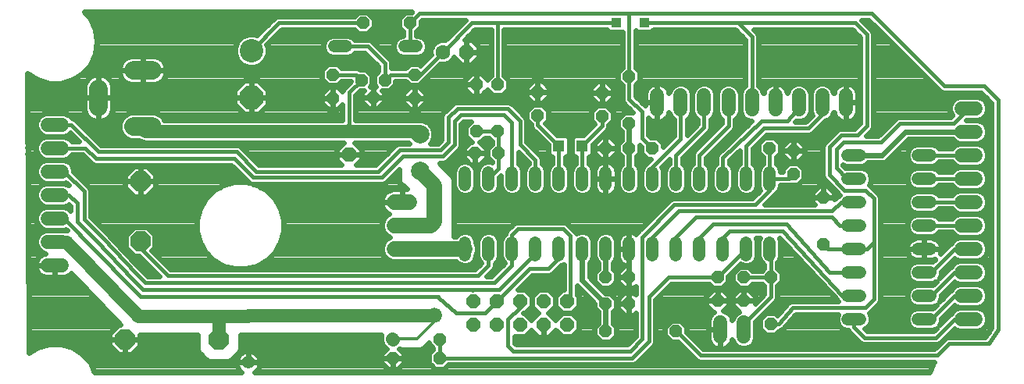
<source format=gbl>
G75*
G70*
%OFA0B0*%
%FSLAX24Y24*%
%IPPOS*%
%LPD*%
%AMOC8*
5,1,8,0,0,1.08239X$1,22.5*
%
%ADD10C,0.0520*%
%ADD11OC8,0.0520*%
%ADD12C,0.0660*%
%ADD13OC8,0.0850*%
%ADD14OC8,0.0630*%
%ADD15C,0.0630*%
%ADD16C,0.0600*%
%ADD17R,0.0515X0.0515*%
%ADD18C,0.0787*%
%ADD19C,0.1000*%
%ADD20OC8,0.1000*%
%ADD21C,0.0787*%
%ADD22C,0.0660*%
%ADD23C,0.0560*%
%ADD24OC8,0.0600*%
%ADD25C,0.0160*%
%ADD26R,0.0396X0.0396*%
%ADD27C,0.0240*%
%ADD28C,0.0531*%
%ADD29C,0.0560*%
%ADD30C,0.0120*%
D10*
X019385Y008010D02*
X019385Y008530D01*
X020385Y008530D02*
X020385Y008010D01*
X021385Y008010D02*
X021385Y008530D01*
X022385Y008530D02*
X022385Y008010D01*
X023385Y008010D02*
X023385Y008530D01*
X024385Y008530D02*
X024385Y008010D01*
X025385Y008010D02*
X025385Y008530D01*
X026385Y008530D02*
X026385Y008010D01*
X027385Y008010D02*
X027385Y008530D01*
X028385Y008530D02*
X028385Y008010D01*
X029385Y008010D02*
X029385Y008530D01*
X030385Y008530D02*
X030385Y008010D01*
X031385Y008010D02*
X031385Y008530D01*
X032385Y008530D02*
X032385Y008010D01*
X035725Y008270D02*
X036245Y008270D01*
X036245Y007270D02*
X035725Y007270D01*
X035725Y006270D02*
X036245Y006270D01*
X036245Y005270D02*
X035725Y005270D01*
X038725Y005270D02*
X039245Y005270D01*
X039245Y006270D02*
X038725Y006270D01*
X038725Y007270D02*
X039245Y007270D01*
X039245Y008270D02*
X038725Y008270D01*
X038725Y009270D02*
X039245Y009270D01*
X039245Y010270D02*
X038725Y010270D01*
X038725Y011270D02*
X039245Y011270D01*
X039245Y012270D02*
X038725Y012270D01*
X036245Y012270D02*
X035725Y012270D01*
X035725Y011270D02*
X036245Y011270D01*
X036245Y010270D02*
X035725Y010270D01*
X035725Y009270D02*
X036245Y009270D01*
X032385Y011010D02*
X032385Y011530D01*
X031385Y011530D02*
X031385Y011010D01*
X030385Y011010D02*
X030385Y011530D01*
X029385Y011530D02*
X029385Y011010D01*
X028385Y011010D02*
X028385Y011530D01*
X027385Y011530D02*
X027385Y011010D01*
X026385Y011010D02*
X026385Y011530D01*
X025385Y011530D02*
X025385Y011010D01*
X024385Y011010D02*
X024385Y011530D01*
X023385Y011530D02*
X023385Y011010D01*
X022385Y011010D02*
X022385Y011530D01*
X021385Y011530D02*
X021385Y011010D01*
X020385Y011010D02*
X020385Y011530D01*
X019385Y011530D02*
X019385Y011010D01*
X017315Y016920D02*
X016795Y016920D01*
X014315Y016920D02*
X013795Y016920D01*
D11*
X013750Y015713D03*
X014961Y015482D03*
X015961Y015482D03*
X017229Y015715D03*
X017229Y014715D03*
X015461Y014732D03*
X013750Y014713D03*
X019862Y015290D03*
X020774Y015290D03*
X022485Y014970D03*
X022485Y013970D03*
X020774Y013290D03*
X019862Y013290D03*
X019814Y012358D03*
X020814Y012358D03*
X025235Y013940D03*
X026385Y013642D03*
X026385Y012570D03*
X027377Y012562D03*
X025385Y012570D03*
X025235Y014940D03*
X026385Y015642D03*
X032377Y012562D03*
X033395Y012465D03*
X033395Y011465D03*
X034675Y010470D03*
X034675Y008470D03*
X032435Y007060D03*
X031285Y007050D03*
X030165Y007050D03*
X030165Y006050D03*
X031285Y006050D03*
X032435Y005060D03*
X028385Y004750D03*
X026385Y005920D03*
X025385Y005920D03*
X025385Y007070D03*
X026385Y007070D03*
X025385Y004750D03*
X018302Y004409D03*
X016302Y004409D03*
X016302Y003597D03*
X018302Y003597D03*
X017035Y017920D03*
X015035Y017920D03*
D12*
X018078Y009423D03*
X018078Y005423D03*
D13*
X008865Y004400D03*
X004865Y004400D03*
X005535Y008590D03*
X005535Y011150D03*
D14*
X014435Y012283D03*
X019442Y016677D03*
D15*
X018442Y016677D03*
X014435Y013283D03*
D16*
X002185Y013570D02*
X001585Y013570D01*
X001585Y012570D02*
X002185Y012570D01*
X002185Y011570D02*
X001585Y011570D01*
X001585Y010570D02*
X002185Y010570D01*
X002185Y009570D02*
X001585Y009570D01*
X001585Y008570D02*
X002185Y008570D01*
X002185Y007570D02*
X001585Y007570D01*
X027585Y014220D02*
X027585Y014820D01*
X028585Y014820D02*
X028585Y014220D01*
X029585Y014220D02*
X029585Y014820D01*
X030635Y014820D02*
X030635Y014220D01*
X031635Y014220D02*
X031635Y014820D01*
X032635Y014820D02*
X032635Y014220D01*
X033635Y014220D02*
X033635Y014820D01*
X034635Y014820D02*
X034635Y014220D01*
X035635Y014220D02*
X035635Y014820D01*
X040585Y014270D02*
X041185Y014270D01*
X041185Y013270D02*
X040585Y013270D01*
X040585Y012270D02*
X041185Y012270D01*
X041185Y011270D02*
X040585Y011270D01*
X040585Y010270D02*
X041185Y010270D01*
X041185Y009270D02*
X040585Y009270D01*
X040585Y008270D02*
X041185Y008270D01*
X041185Y007270D02*
X040585Y007270D01*
X040585Y006270D02*
X041185Y006270D01*
X041185Y005270D02*
X040585Y005270D01*
X031285Y005120D02*
X031285Y004520D01*
X030285Y004520D02*
X030285Y005120D01*
D17*
X024385Y012670D03*
X023385Y012670D03*
D18*
X006029Y013500D02*
X005241Y013500D01*
X003745Y014327D02*
X003745Y015114D01*
X005241Y015901D02*
X006029Y015901D01*
D19*
X010267Y016737D03*
D20*
X010267Y014737D03*
D21*
X017465Y013158D03*
X017465Y011583D03*
D22*
X018078Y010970D01*
X018078Y009423D01*
X017925Y009270D01*
X016695Y009270D01*
X017025Y009270D02*
X016365Y009270D01*
X016365Y008270D02*
X017025Y008270D01*
X016695Y008270D02*
X019385Y008270D01*
X017025Y010270D02*
X016365Y010270D01*
D23*
X010135Y005420D03*
X010135Y003420D03*
D24*
X019735Y005020D03*
X020735Y005020D03*
X021735Y005020D03*
X022735Y005020D03*
X023735Y005020D03*
X023735Y006020D03*
X022735Y006020D03*
X021735Y006020D03*
X020735Y006020D03*
X019735Y006020D03*
D25*
X020235Y005520D02*
X020735Y006020D01*
X022135Y007420D01*
X022935Y007420D01*
X023385Y007870D01*
X023385Y008270D01*
X022385Y008070D02*
X020835Y006520D01*
X020735Y006520D01*
X020535Y006520D01*
X019735Y006520D01*
X019725Y006510D01*
X019735Y006520D02*
X005635Y006520D01*
X005195Y006960D01*
X003635Y008620D01*
X002835Y009420D01*
X002835Y010220D01*
X002485Y010570D01*
X001885Y010570D01*
X002285Y011570D02*
X003135Y010720D01*
X003135Y009520D01*
X003935Y008720D01*
X005335Y007220D01*
X005735Y006820D01*
X020635Y006820D01*
X021385Y007570D01*
X021385Y008270D01*
X021385Y008870D01*
X021635Y009120D01*
X023585Y009120D01*
X023885Y008820D01*
X023885Y006170D01*
X023735Y006020D01*
X021735Y006020D02*
X021735Y005770D01*
X021225Y005260D01*
X021225Y004120D01*
X021455Y003910D01*
X026435Y003910D01*
X026945Y004420D01*
X026945Y008780D01*
X028325Y010160D01*
X031775Y010160D01*
X032385Y010770D01*
X032385Y011270D01*
X033200Y011270D01*
X033395Y011465D01*
X032385Y011270D02*
X032385Y012514D01*
X032377Y012562D01*
X032135Y013420D02*
X031385Y012670D01*
X031385Y011270D01*
X030385Y011270D02*
X030385Y012170D01*
X032035Y013720D01*
X033135Y013720D01*
X033635Y014320D01*
X033635Y014520D01*
X034635Y014520D02*
X034635Y014020D01*
X034035Y013420D01*
X032135Y013420D01*
X030635Y013520D02*
X030635Y014520D01*
X031635Y014520D02*
X031635Y017320D01*
X031035Y017920D01*
X036035Y017920D01*
X036535Y017420D01*
X036535Y013520D01*
X036135Y013120D01*
X035435Y013120D01*
X034935Y012620D01*
X034935Y011420D01*
X035585Y010770D01*
X036485Y010770D01*
X036835Y010420D01*
X036835Y008570D01*
X036835Y006120D01*
X036475Y005760D01*
X033365Y005760D01*
X032765Y005060D01*
X032435Y005060D01*
X031285Y005070D02*
X031285Y004820D01*
X031285Y005070D02*
X032435Y006220D01*
X032435Y007060D01*
X032435Y008220D01*
X032385Y008270D01*
X031385Y008270D02*
X030165Y007050D01*
X028065Y007050D01*
X027235Y006220D01*
X027235Y004320D01*
X026512Y003597D01*
X018302Y003597D01*
X018302Y004409D01*
X018302Y004409D01*
X018995Y005520D02*
X018235Y006200D01*
X018235Y006220D01*
X005535Y006220D01*
X005065Y006690D01*
X002285Y009570D01*
X001885Y009570D01*
X002235Y009620D02*
X002285Y009570D01*
X005535Y008590D02*
X005535Y008290D01*
X006705Y007120D01*
X019935Y007120D01*
X020385Y007570D01*
X020385Y008270D01*
X020235Y005520D02*
X018995Y005520D01*
X027385Y008270D02*
X027385Y008770D01*
X028505Y009890D01*
X035055Y009890D01*
X035435Y010270D01*
X035985Y010270D01*
X035035Y009620D02*
X035385Y009270D01*
X035985Y009270D01*
X035035Y009620D02*
X029235Y009620D01*
X028385Y008770D01*
X028385Y008270D01*
X028385Y008370D01*
X029385Y008270D02*
X029385Y008720D01*
X029985Y009320D01*
X033105Y009320D01*
X034955Y007270D01*
X035985Y007270D01*
X035985Y008270D02*
X034875Y008270D01*
X034675Y008470D01*
X035985Y008270D02*
X036535Y008270D01*
X036835Y008570D01*
X038985Y009270D02*
X040885Y009270D01*
X040885Y008270D02*
X040285Y008270D01*
X039285Y007270D01*
X038985Y007270D01*
X039285Y006270D02*
X040285Y007270D01*
X040885Y007270D01*
X040885Y006270D02*
X040285Y006270D01*
X039285Y005270D01*
X038985Y005270D01*
X039485Y004470D02*
X040285Y005270D01*
X040885Y005270D01*
X042135Y004820D02*
X042135Y014620D01*
X041535Y015220D01*
X039835Y015220D01*
X036735Y018320D01*
X026435Y018320D01*
X026385Y018270D01*
X026385Y015642D01*
X026385Y014670D01*
X026935Y014120D01*
X026935Y013004D01*
X027377Y012562D01*
X027385Y011770D02*
X028585Y012970D01*
X028585Y014520D01*
X029585Y014520D02*
X029585Y013470D01*
X028385Y012270D01*
X028385Y011270D01*
X029385Y011270D02*
X029385Y012270D01*
X030635Y013520D01*
X027385Y011770D02*
X027385Y011270D01*
X024385Y011270D02*
X024385Y012670D01*
X025235Y013520D01*
X025235Y013940D01*
X023385Y012670D02*
X022485Y013570D01*
X022485Y013970D01*
X021735Y013720D02*
X021735Y012720D01*
X022385Y012070D01*
X022385Y011270D01*
X023385Y011270D02*
X023385Y012670D01*
X021385Y013661D02*
X021054Y013992D01*
X019207Y013992D01*
X018935Y013720D01*
X018935Y012720D01*
X018435Y012220D01*
X016735Y012220D01*
X015835Y011320D01*
X010335Y011320D01*
X009535Y012120D01*
X003635Y012120D01*
X003185Y012570D01*
X001885Y012570D01*
X002585Y013570D02*
X003735Y012420D01*
X009635Y012420D01*
X010485Y011570D01*
X015685Y011570D01*
X016615Y012500D01*
X018355Y012500D01*
X018665Y012820D01*
X018665Y013890D01*
X019065Y014260D01*
X021196Y014260D01*
X021735Y013720D01*
X021385Y013661D02*
X021385Y011270D01*
X020814Y011700D02*
X020814Y012358D01*
X020814Y013250D01*
X020774Y013290D01*
X019862Y013290D01*
X019862Y013290D01*
X020814Y011700D02*
X020385Y011270D01*
X014435Y013283D02*
X014435Y014956D01*
X014961Y015482D01*
X014731Y015713D01*
X013750Y015713D01*
X015235Y016920D02*
X015961Y016194D01*
X015961Y015482D01*
X016194Y015715D01*
X017229Y015715D01*
X017480Y015715D01*
X018442Y016677D01*
X019685Y017920D01*
X020835Y017920D01*
X020774Y017859D01*
X020774Y015290D01*
X017055Y016920D02*
X017035Y017040D01*
X017035Y017920D01*
X017435Y018320D01*
X026435Y018320D01*
X025835Y017920D02*
X020835Y017920D01*
X015235Y016920D02*
X014055Y016920D01*
X015035Y017920D02*
X011451Y017920D01*
X010267Y016737D01*
X002585Y013570D02*
X001885Y013570D01*
X001885Y011570D02*
X002285Y011570D01*
X027035Y017920D02*
X031035Y017920D01*
X037135Y012820D02*
X037935Y013620D01*
X040235Y013620D01*
X040885Y014270D01*
X037135Y012820D02*
X035535Y012820D01*
X035235Y012520D01*
X035235Y011720D01*
X035685Y011270D01*
X035785Y011270D01*
X038985Y011270D02*
X040885Y011270D01*
X040885Y012270D02*
X038985Y012270D01*
X038985Y010270D02*
X040885Y010270D01*
X035485Y006270D02*
X032935Y009020D01*
X030685Y009020D01*
X030385Y008720D01*
X030385Y008270D01*
X031285Y007050D02*
X032425Y007050D01*
X032435Y007060D01*
X035485Y006270D02*
X035985Y006270D01*
X036285Y006270D01*
X035985Y005270D02*
X035985Y004920D01*
X036435Y004470D01*
X039485Y004470D01*
X040035Y004220D02*
X041735Y004220D01*
X042135Y004820D01*
X040035Y004220D02*
X039535Y003720D01*
X029435Y003720D01*
X028405Y004750D01*
X028385Y004750D01*
X038985Y006270D02*
X039285Y006270D01*
D26*
X027035Y017920D03*
X025835Y017920D03*
D27*
X003399Y003393D02*
X003574Y003010D01*
X009849Y003010D01*
X009809Y003039D01*
X009754Y003094D01*
X009707Y003158D01*
X009672Y003228D01*
X009647Y003303D01*
X009635Y003381D01*
X009635Y003420D01*
X010135Y003420D01*
X010135Y003420D01*
X009635Y003420D01*
X009635Y003460D01*
X009647Y003537D01*
X009672Y003612D01*
X009707Y003682D01*
X009754Y003746D01*
X009809Y003802D01*
X009873Y003848D01*
X009943Y003884D01*
X010018Y003908D01*
X010096Y003920D01*
X010135Y003920D01*
X010135Y003420D01*
X010135Y003420D01*
X010635Y003420D01*
X010635Y003381D01*
X010623Y003303D01*
X010598Y003228D01*
X010563Y003158D01*
X010516Y003094D01*
X010461Y003039D01*
X010421Y003010D01*
X039196Y003010D01*
X039371Y003393D01*
X039371Y003393D01*
X039411Y003440D01*
X029379Y003440D01*
X029277Y003483D01*
X029198Y003562D01*
X028469Y004290D01*
X028195Y004290D01*
X027925Y004560D01*
X027925Y004941D01*
X028195Y005210D01*
X028576Y005210D01*
X028845Y004941D01*
X028845Y004706D01*
X029551Y004000D01*
X039419Y004000D01*
X039798Y004379D01*
X039877Y004458D01*
X039979Y004500D01*
X041585Y004500D01*
X041855Y004905D01*
X041855Y014504D01*
X041419Y014940D01*
X039779Y014940D01*
X039677Y014983D01*
X036619Y018040D01*
X036311Y018040D01*
X036694Y017658D01*
X036772Y017579D01*
X036815Y017476D01*
X036815Y013465D01*
X036772Y013362D01*
X036694Y013283D01*
X036694Y013283D01*
X036511Y013100D01*
X037019Y013100D01*
X037698Y013779D01*
X037777Y013858D01*
X037879Y013900D01*
X040119Y013900D01*
X040184Y013965D01*
X040161Y013987D01*
X040085Y014171D01*
X040085Y014370D01*
X040161Y014553D01*
X040302Y014694D01*
X040486Y014770D01*
X041285Y014770D01*
X041468Y014694D01*
X041609Y014553D01*
X041685Y014370D01*
X041685Y014171D01*
X041609Y013987D01*
X041468Y013846D01*
X041285Y013770D01*
X040781Y013770D01*
X040781Y013770D01*
X041285Y013770D01*
X041468Y013694D01*
X041609Y013553D01*
X041685Y013370D01*
X041685Y013171D01*
X041609Y012987D01*
X041468Y012846D01*
X041285Y012770D01*
X040486Y012770D01*
X040302Y012694D01*
X040161Y012553D01*
X040160Y012550D01*
X039616Y012550D01*
X039506Y012660D01*
X039337Y012730D01*
X038634Y012730D01*
X038465Y012660D01*
X038335Y012531D01*
X038265Y012362D01*
X038265Y012179D01*
X038335Y012010D01*
X038465Y011880D01*
X038634Y011810D01*
X039337Y011810D01*
X039506Y011880D01*
X039616Y011990D01*
X040160Y011990D01*
X040161Y011987D01*
X040302Y011846D01*
X040486Y011770D01*
X040302Y011694D01*
X040161Y011553D01*
X040160Y011550D01*
X039616Y011550D01*
X039506Y011660D01*
X039337Y011730D01*
X038634Y011730D01*
X038465Y011660D01*
X038335Y011531D01*
X038265Y011362D01*
X038265Y011179D01*
X038335Y011010D01*
X038465Y010880D01*
X038634Y010810D01*
X039337Y010810D01*
X039506Y010880D01*
X039616Y010990D01*
X040160Y010990D01*
X040161Y010987D01*
X040302Y010846D01*
X040486Y010770D01*
X041285Y010770D01*
X041468Y010846D01*
X041609Y010987D01*
X041685Y011171D01*
X041685Y011370D01*
X041609Y011553D01*
X041468Y011694D01*
X041285Y011770D01*
X040486Y011770D01*
X041285Y011770D01*
X041468Y011846D01*
X041609Y011987D01*
X041685Y012171D01*
X041685Y012370D01*
X041609Y012553D01*
X041468Y012694D01*
X041285Y012770D01*
X040486Y012770D01*
X040302Y012846D01*
X040198Y012950D01*
X038318Y012950D01*
X037366Y011999D01*
X037249Y011950D01*
X036576Y011950D01*
X036506Y011880D01*
X036337Y011810D01*
X035634Y011810D01*
X035515Y011859D01*
X035515Y011836D01*
X035625Y011727D01*
X035634Y011730D01*
X036337Y011730D01*
X036506Y011660D01*
X036635Y011531D01*
X036705Y011362D01*
X036705Y011179D01*
X036636Y011011D01*
X036644Y011008D01*
X036722Y010929D01*
X036722Y010929D01*
X037072Y010579D01*
X037115Y010476D01*
X037115Y006065D01*
X037072Y005962D01*
X036994Y005883D01*
X036637Y005526D01*
X036705Y005362D01*
X036705Y005179D01*
X036635Y005010D01*
X036506Y004880D01*
X036446Y004855D01*
X036551Y004750D01*
X039369Y004750D01*
X039495Y004876D01*
X039337Y004810D01*
X038634Y004810D01*
X038465Y004880D01*
X038335Y005010D01*
X038265Y005179D01*
X038265Y005362D01*
X038335Y005531D01*
X038465Y005660D01*
X038634Y005730D01*
X039337Y005730D01*
X039345Y005727D01*
X039495Y005876D01*
X039337Y005810D01*
X038634Y005810D01*
X038465Y005880D01*
X038335Y006010D01*
X038265Y006179D01*
X038265Y006362D01*
X038335Y006531D01*
X038465Y006660D01*
X038634Y006730D01*
X039337Y006730D01*
X039345Y006727D01*
X039495Y006876D01*
X039337Y006810D01*
X038634Y006810D01*
X038465Y006880D01*
X038335Y007010D01*
X038265Y007179D01*
X038265Y007362D01*
X038335Y007531D01*
X038465Y007660D01*
X038634Y007730D01*
X039337Y007730D01*
X039345Y007727D01*
X039460Y007841D01*
X039429Y007825D01*
X039358Y007802D01*
X039283Y007790D01*
X038985Y007790D01*
X038985Y008270D01*
X038985Y008270D01*
X038245Y008270D01*
X038245Y008232D01*
X038257Y008158D01*
X038280Y008086D01*
X038315Y008019D01*
X038359Y007958D01*
X038412Y007904D01*
X038474Y007860D01*
X038541Y007825D01*
X038613Y007802D01*
X038687Y007790D01*
X038985Y007790D01*
X038985Y008270D01*
X038985Y008270D01*
X038245Y008270D01*
X038245Y008308D01*
X038257Y008383D01*
X038280Y008454D01*
X038315Y008522D01*
X038359Y008583D01*
X038412Y008636D01*
X038474Y008681D01*
X038541Y008715D01*
X038613Y008738D01*
X038687Y008750D01*
X038985Y008750D01*
X038985Y008270D01*
X038985Y008270D01*
X039725Y008270D01*
X039725Y008232D01*
X039713Y008158D01*
X039690Y008086D01*
X039674Y008056D01*
X040127Y008508D01*
X040146Y008515D01*
X040161Y008553D01*
X040302Y008694D01*
X040486Y008770D01*
X041285Y008770D01*
X041468Y008846D01*
X041609Y008987D01*
X041685Y009171D01*
X041685Y009370D01*
X041609Y009553D01*
X041468Y009694D01*
X041285Y009770D01*
X040486Y009770D01*
X040302Y009694D01*
X040161Y009553D01*
X040160Y009550D01*
X039616Y009550D01*
X039506Y009660D01*
X039337Y009730D01*
X038634Y009730D01*
X038465Y009660D01*
X038335Y009531D01*
X038265Y009362D01*
X038265Y009179D01*
X038335Y009010D01*
X038465Y008880D01*
X038634Y008810D01*
X039337Y008810D01*
X039506Y008880D01*
X039616Y008990D01*
X040160Y008990D01*
X040161Y008987D01*
X040302Y008846D01*
X040486Y008770D01*
X041285Y008770D01*
X041468Y008694D01*
X041609Y008553D01*
X041685Y008370D01*
X041685Y008171D01*
X041609Y007987D01*
X041468Y007846D01*
X041285Y007770D01*
X040486Y007770D01*
X040302Y007846D01*
X040280Y007869D01*
X039705Y007294D01*
X039705Y007179D01*
X039640Y007021D01*
X040127Y007508D01*
X040146Y007515D01*
X040161Y007553D01*
X040302Y007694D01*
X040486Y007770D01*
X041285Y007770D01*
X041468Y007694D01*
X041609Y007553D01*
X041685Y007370D01*
X041685Y007171D01*
X041609Y006987D01*
X041468Y006846D01*
X041285Y006770D01*
X040486Y006770D01*
X040302Y006846D01*
X040280Y006869D01*
X039705Y006294D01*
X039705Y006179D01*
X039640Y006021D01*
X040127Y006508D01*
X040146Y006515D01*
X040161Y006553D01*
X040302Y006694D01*
X040486Y006770D01*
X041285Y006770D01*
X041468Y006694D01*
X041609Y006553D01*
X041685Y006370D01*
X041685Y006171D01*
X041609Y005987D01*
X041468Y005846D01*
X041285Y005770D01*
X040486Y005770D01*
X040302Y005846D01*
X040280Y005869D01*
X039705Y005294D01*
X039705Y005179D01*
X039640Y005021D01*
X040048Y005429D01*
X039840Y005429D01*
X040048Y005429D02*
X040127Y005508D01*
X040146Y005515D01*
X040161Y005553D01*
X040302Y005694D01*
X040486Y005770D01*
X041285Y005770D01*
X041468Y005694D01*
X041609Y005553D01*
X041685Y005370D01*
X041685Y005171D01*
X041609Y004987D01*
X041468Y004846D01*
X041285Y004770D01*
X040486Y004770D01*
X040302Y004846D01*
X040280Y004869D01*
X039644Y004233D01*
X039541Y004190D01*
X036379Y004190D01*
X036277Y004233D01*
X036198Y004312D01*
X035748Y004762D01*
X035728Y004810D01*
X035634Y004810D01*
X035465Y004880D01*
X035335Y005010D01*
X035265Y005179D01*
X035265Y005362D01*
X035314Y005480D01*
X033494Y005480D01*
X033007Y004912D01*
X033002Y004902D01*
X032971Y004870D01*
X032941Y004836D01*
X032932Y004831D01*
X032924Y004823D01*
X032882Y004806D01*
X032842Y004785D01*
X032831Y004784D01*
X032821Y004780D01*
X032806Y004780D01*
X032626Y004600D01*
X032245Y004600D01*
X031975Y004870D01*
X031975Y005251D01*
X032245Y005520D01*
X032626Y005520D01*
X032714Y005431D01*
X033124Y005909D01*
X033128Y005919D01*
X033160Y005951D01*
X033189Y005985D01*
X033199Y005990D01*
X033207Y005998D01*
X033248Y006015D01*
X033288Y006035D01*
X033299Y006036D01*
X033309Y006040D01*
X033354Y006040D01*
X033399Y006044D01*
X033410Y006040D01*
X035317Y006040D01*
X035283Y006076D01*
X035248Y006112D01*
X035246Y006117D01*
X032813Y008740D01*
X032796Y008740D01*
X032845Y008622D01*
X032845Y007919D01*
X032775Y007750D01*
X032715Y007690D01*
X032715Y007431D01*
X032895Y007251D01*
X032895Y006870D01*
X032715Y006690D01*
X032715Y006165D01*
X032672Y006062D01*
X032594Y005983D01*
X031785Y005174D01*
X031785Y004421D01*
X031709Y004237D01*
X031568Y004096D01*
X031385Y004020D01*
X031186Y004020D01*
X031002Y004096D01*
X030861Y004237D01*
X030793Y004402D01*
X030792Y004398D01*
X030767Y004321D01*
X030730Y004248D01*
X030682Y004181D01*
X030624Y004124D01*
X030558Y004075D01*
X030485Y004038D01*
X030407Y004013D01*
X030326Y004000D01*
X030285Y004000D01*
X030285Y004820D01*
X030285Y004820D01*
X029765Y004820D01*
X029765Y004479D01*
X029778Y004398D01*
X029803Y004321D01*
X029840Y004248D01*
X029888Y004181D01*
X029946Y004124D01*
X030013Y004075D01*
X030086Y004038D01*
X030163Y004013D01*
X030244Y004000D01*
X030285Y004000D01*
X030285Y004820D01*
X030285Y004820D01*
X029765Y004820D01*
X029765Y005161D01*
X029778Y005242D01*
X029803Y005320D01*
X029840Y005393D01*
X029888Y005459D01*
X029946Y005517D01*
X030013Y005565D01*
X030023Y005570D01*
X029966Y005570D01*
X029685Y005851D01*
X029685Y006050D01*
X030165Y006050D01*
X030165Y006050D01*
X029685Y006050D01*
X029685Y006249D01*
X029966Y006530D01*
X030165Y006530D01*
X030165Y006050D01*
X030165Y006050D01*
X030645Y006050D01*
X030645Y005851D01*
X030418Y005624D01*
X030485Y005602D01*
X030558Y005565D01*
X030624Y005517D01*
X030682Y005459D01*
X030730Y005393D01*
X030767Y005320D01*
X030792Y005242D01*
X030793Y005238D01*
X030861Y005403D01*
X031002Y005544D01*
X031080Y005576D01*
X030805Y005851D01*
X030805Y006050D01*
X031285Y006050D01*
X031285Y006050D01*
X030805Y006050D01*
X030805Y006249D01*
X031086Y006530D01*
X031285Y006530D01*
X031285Y006050D01*
X031285Y006050D01*
X031765Y006050D01*
X031765Y005946D01*
X032155Y006336D01*
X032155Y006690D01*
X032075Y006770D01*
X031656Y006770D01*
X031476Y006590D01*
X031095Y006590D01*
X030825Y006860D01*
X030625Y006860D01*
X030625Y007114D01*
X031129Y007618D01*
X031294Y007550D01*
X031477Y007550D01*
X031646Y007620D01*
X031775Y007750D01*
X031845Y007919D01*
X031845Y008622D01*
X031796Y008740D01*
X031974Y008740D01*
X031925Y008622D01*
X031925Y007919D01*
X031995Y007750D01*
X032125Y007620D01*
X032155Y007608D01*
X032155Y007431D01*
X032055Y007330D01*
X031656Y007330D01*
X031476Y007510D01*
X031095Y007510D01*
X030825Y007241D01*
X030825Y006860D01*
X030625Y006860D02*
X030356Y006590D01*
X029975Y006590D01*
X029795Y006770D01*
X028181Y006770D01*
X027515Y006104D01*
X027515Y004265D01*
X027472Y004162D01*
X027394Y004083D01*
X027394Y004083D01*
X026671Y003360D01*
X026568Y003317D01*
X018672Y003317D01*
X018492Y003137D01*
X018111Y003137D01*
X017842Y003407D01*
X017842Y003788D01*
X018022Y003968D01*
X018022Y004039D01*
X017842Y004219D01*
X017842Y004259D01*
X017656Y004073D01*
X017582Y004000D01*
X017487Y003960D01*
X016683Y003960D01*
X016588Y004000D01*
X016579Y004008D01*
X016574Y004003D01*
X016782Y003796D01*
X016782Y003597D01*
X016302Y003597D01*
X016302Y003597D01*
X016302Y003117D01*
X016500Y003117D01*
X016782Y003398D01*
X016782Y003597D01*
X016302Y003597D01*
X016302Y003597D01*
X016302Y003117D01*
X016103Y003117D01*
X015822Y003398D01*
X015822Y003597D01*
X016302Y003597D01*
X016302Y003597D01*
X015822Y003597D01*
X015822Y003796D01*
X016029Y004003D01*
X015871Y004161D01*
X015851Y004209D01*
X015842Y004219D01*
X015842Y004232D01*
X015798Y004338D01*
X015798Y004528D01*
X015827Y004600D01*
X009795Y004600D01*
X009795Y003969D01*
X009756Y003873D01*
X009682Y003800D01*
X009382Y003500D01*
X009287Y003460D01*
X008483Y003460D01*
X008388Y003500D01*
X008315Y003573D01*
X008015Y003873D01*
X007975Y003969D01*
X007975Y004600D01*
X005510Y004600D01*
X005510Y004400D01*
X004865Y004400D01*
X004865Y004400D01*
X004865Y003755D01*
X004598Y003755D01*
X004220Y004133D01*
X004220Y004400D01*
X004865Y004400D01*
X004865Y004400D01*
X004865Y003755D01*
X005132Y003755D01*
X005510Y004133D01*
X005510Y004400D01*
X004865Y004400D01*
X004220Y004400D01*
X004220Y004667D01*
X004598Y005045D01*
X004671Y005045D01*
X002575Y007225D01*
X002524Y007174D01*
X002458Y007125D01*
X002385Y007088D01*
X002307Y007063D01*
X002226Y007050D01*
X001885Y007050D01*
X001885Y007570D01*
X001885Y007570D01*
X001065Y007570D01*
X001065Y007529D01*
X001078Y007448D01*
X001103Y007371D01*
X001140Y007298D01*
X001188Y007231D01*
X001246Y007174D01*
X001313Y007125D01*
X001386Y007088D01*
X001463Y007063D01*
X001544Y007050D01*
X001885Y007050D01*
X001885Y007570D01*
X001885Y007570D01*
X001065Y007570D01*
X001065Y007611D01*
X001078Y007692D01*
X001103Y007770D01*
X001140Y007843D01*
X001188Y007909D01*
X001246Y007967D01*
X001313Y008015D01*
X001386Y008052D01*
X001463Y008077D01*
X001467Y008078D01*
X001302Y008146D01*
X001161Y008287D01*
X001085Y008471D01*
X001085Y008670D01*
X001161Y008853D01*
X001302Y008994D01*
X001486Y009070D01*
X002285Y009070D01*
X002331Y009051D01*
X002389Y009050D01*
X002398Y009050D01*
X002352Y009098D01*
X002285Y009070D01*
X001486Y009070D01*
X001302Y009146D01*
X001161Y009287D01*
X001085Y009471D01*
X001085Y009670D01*
X001161Y009853D01*
X001302Y009994D01*
X001486Y010070D01*
X002285Y010070D01*
X002468Y009994D01*
X002555Y009907D01*
X002555Y010104D01*
X002491Y010169D01*
X002468Y010146D01*
X002285Y010070D01*
X001486Y010070D01*
X001302Y010146D01*
X001161Y010287D01*
X001085Y010471D01*
X001085Y010670D01*
X001161Y010853D01*
X001302Y010994D01*
X001486Y011070D01*
X002285Y011070D01*
X002463Y010996D01*
X002359Y011101D01*
X002285Y011070D01*
X001486Y011070D01*
X001302Y011146D01*
X001161Y011287D01*
X001085Y011471D01*
X001085Y011670D01*
X001161Y011853D01*
X001302Y011994D01*
X001486Y012070D01*
X002285Y012070D01*
X002468Y012146D01*
X002609Y012287D01*
X002610Y012290D01*
X003069Y012290D01*
X003398Y011962D01*
X003477Y011883D01*
X003579Y011840D01*
X009419Y011840D01*
X010176Y011083D01*
X010039Y011120D01*
X009552Y011120D01*
X009081Y010994D01*
X008659Y010751D01*
X008315Y010406D01*
X008071Y009984D01*
X007945Y009514D01*
X007945Y009027D01*
X008071Y008556D01*
X008315Y008134D01*
X008659Y007790D01*
X009081Y007546D01*
X009552Y007420D01*
X010039Y007420D01*
X010509Y007546D01*
X010931Y007790D01*
X011275Y008134D01*
X011519Y008556D01*
X011645Y009027D01*
X011645Y009514D01*
X011519Y009984D01*
X011275Y010406D01*
X010931Y010751D01*
X010509Y010994D01*
X010337Y011040D01*
X015891Y011040D01*
X015994Y011083D01*
X016575Y011664D01*
X016575Y011262D01*
X016572Y011252D01*
X016575Y011210D01*
X016575Y011169D01*
X016579Y011159D01*
X016580Y011149D01*
X016599Y011111D01*
X016615Y011073D01*
X016622Y011066D01*
X016627Y011056D01*
X016658Y011029D01*
X016688Y011000D01*
X016697Y010996D01*
X016902Y010820D01*
X016695Y010820D01*
X016322Y010820D01*
X016236Y010807D01*
X016154Y010780D01*
X016077Y010741D01*
X016007Y010690D01*
X015946Y010629D01*
X015895Y010558D01*
X015855Y010481D01*
X015829Y010399D01*
X015815Y010314D01*
X015815Y010270D01*
X015815Y010227D01*
X015829Y010141D01*
X015855Y010059D01*
X015895Y009982D01*
X015946Y009912D01*
X016007Y009851D01*
X016077Y009800D01*
X016154Y009761D01*
X016160Y009759D01*
X016065Y009720D01*
X015916Y009570D01*
X015835Y009376D01*
X015835Y009165D01*
X015916Y008970D01*
X016065Y008821D01*
X016187Y008770D01*
X016065Y008720D01*
X015916Y008570D01*
X015835Y008376D01*
X015835Y008165D01*
X015916Y007970D01*
X016065Y007821D01*
X016260Y007740D01*
X019005Y007740D01*
X019125Y007620D01*
X019294Y007550D01*
X019477Y007550D01*
X019646Y007620D01*
X019775Y007750D01*
X019845Y007919D01*
X019845Y007996D01*
X019915Y008165D01*
X019915Y008376D01*
X019845Y008545D01*
X019845Y008622D01*
X019775Y008791D01*
X019646Y008920D01*
X019477Y008990D01*
X019294Y008990D01*
X019125Y008920D01*
X019005Y008800D01*
X018895Y008800D01*
X018895Y011272D01*
X018856Y011368D01*
X018782Y011441D01*
X018295Y011928D01*
X018295Y011940D01*
X018491Y011940D01*
X018594Y011983D01*
X019094Y012483D01*
X019172Y012562D01*
X019215Y012665D01*
X019215Y013604D01*
X019323Y013712D01*
X019633Y013712D01*
X019402Y013481D01*
X019402Y013099D01*
X019663Y012838D01*
X019616Y012838D01*
X019334Y012557D01*
X019334Y012358D01*
X019334Y012159D01*
X019523Y011971D01*
X019477Y011990D01*
X019294Y011990D01*
X019125Y011920D01*
X018995Y011791D01*
X018925Y011622D01*
X018925Y010919D01*
X018995Y010750D01*
X019125Y010620D01*
X019294Y010550D01*
X019477Y010550D01*
X019646Y010620D01*
X019775Y010750D01*
X019845Y010919D01*
X019845Y011622D01*
X019775Y011791D01*
X019688Y011878D01*
X019814Y011878D01*
X019814Y012358D01*
X019334Y012358D01*
X019814Y012358D01*
X019814Y012358D01*
X019814Y012358D01*
X019814Y011878D01*
X020013Y011878D01*
X020294Y012159D01*
X020294Y012358D01*
X019815Y012358D01*
X019815Y012358D01*
X020294Y012358D01*
X020294Y012557D01*
X020021Y012830D01*
X020052Y012830D01*
X020232Y013010D01*
X020404Y013010D01*
X020534Y012879D01*
X020534Y012729D01*
X020354Y012549D01*
X020354Y012168D01*
X020534Y011988D01*
X020534Y011966D01*
X020477Y011990D01*
X020294Y011990D01*
X020125Y011920D01*
X019995Y011791D01*
X019925Y011622D01*
X019925Y010919D01*
X019995Y010750D01*
X020125Y010620D01*
X020294Y010550D01*
X020477Y010550D01*
X020646Y010620D01*
X020775Y010750D01*
X020845Y010919D01*
X020845Y011334D01*
X020925Y011414D01*
X020925Y010919D01*
X020995Y010750D01*
X021125Y010620D01*
X021294Y010550D01*
X021477Y010550D01*
X021646Y010620D01*
X021775Y010750D01*
X021845Y010919D01*
X021845Y011622D01*
X021775Y011791D01*
X021665Y011901D01*
X021665Y012394D01*
X022105Y011954D01*
X022105Y011901D01*
X021995Y011791D01*
X021925Y011622D01*
X021925Y010919D01*
X021995Y010750D01*
X022125Y010620D01*
X022294Y010550D01*
X022477Y010550D01*
X022646Y010620D01*
X022775Y010750D01*
X022845Y010919D01*
X022845Y011622D01*
X022775Y011791D01*
X022665Y011901D01*
X022665Y012126D01*
X022622Y012229D01*
X022015Y012836D01*
X022015Y013776D01*
X021972Y013879D01*
X021894Y013958D01*
X021894Y013958D01*
X021433Y014418D01*
X021433Y014418D01*
X021354Y014497D01*
X021251Y014540D01*
X019070Y014540D01*
X019020Y014542D01*
X019014Y014540D01*
X019009Y014540D01*
X018962Y014520D01*
X018915Y014503D01*
X018911Y014499D01*
X018906Y014497D01*
X018870Y014461D01*
X018512Y014130D01*
X018507Y014128D01*
X018471Y014092D01*
X018434Y014058D01*
X018432Y014053D01*
X018428Y014049D01*
X018409Y014002D01*
X018388Y013957D01*
X018387Y013951D01*
X018385Y013946D01*
X018385Y013896D01*
X018383Y013845D01*
X018385Y013840D01*
X018385Y012934D01*
X018237Y012780D01*
X017927Y012780D01*
X017968Y012821D01*
X018059Y013040D01*
X018059Y013276D01*
X017968Y013494D01*
X017801Y013661D01*
X017583Y013751D01*
X017464Y013751D01*
X017435Y013763D01*
X014715Y013763D01*
X014715Y014840D01*
X014897Y015022D01*
X015072Y015022D01*
X014981Y014931D01*
X014981Y014732D01*
X014981Y014533D01*
X015262Y014252D01*
X015461Y014252D01*
X015461Y014732D01*
X015461Y014252D01*
X015660Y014252D01*
X015941Y014533D01*
X015941Y014732D01*
X015461Y014732D01*
X015461Y014732D01*
X015461Y014732D01*
X014981Y014732D01*
X015461Y014732D01*
X015461Y014732D01*
X015941Y014732D01*
X015941Y014931D01*
X015850Y015022D01*
X016152Y015022D01*
X016421Y015292D01*
X016421Y015435D01*
X016858Y015435D01*
X017038Y015255D01*
X017420Y015255D01*
X017689Y015525D01*
X017689Y015528D01*
X018328Y016167D01*
X018339Y016162D01*
X018544Y016162D01*
X018734Y016241D01*
X018878Y016385D01*
X018907Y016455D01*
X019220Y016142D01*
X019442Y016142D01*
X019663Y016142D01*
X019977Y016456D01*
X019977Y016677D01*
X019442Y016677D01*
X019442Y016677D01*
X019442Y016142D01*
X019442Y016677D01*
X019442Y016677D01*
X019977Y016677D01*
X019977Y016899D01*
X019663Y017212D01*
X019442Y017212D01*
X019442Y016677D01*
X019442Y016677D01*
X019442Y017212D01*
X019373Y017212D01*
X019801Y017640D01*
X020494Y017640D01*
X020494Y015661D01*
X020332Y015499D01*
X020061Y015770D01*
X019862Y015770D01*
X019862Y015290D01*
X019862Y014810D01*
X020061Y014810D01*
X020332Y015081D01*
X020584Y014830D01*
X020965Y014830D01*
X021234Y015099D01*
X021234Y015481D01*
X021054Y015661D01*
X021054Y017640D01*
X025437Y017640D01*
X025437Y017639D01*
X025554Y017522D01*
X026105Y017522D01*
X026105Y016013D01*
X025925Y015833D01*
X025925Y015452D01*
X026105Y015272D01*
X026105Y014614D01*
X026148Y014512D01*
X026557Y014102D01*
X026195Y014102D01*
X025925Y013833D01*
X025925Y013452D01*
X026065Y013312D01*
X026065Y012901D01*
X025925Y012761D01*
X025925Y012380D01*
X026065Y012240D01*
X026065Y011861D01*
X025995Y011791D01*
X025925Y011622D01*
X025925Y010919D01*
X025995Y010750D01*
X026125Y010620D01*
X026294Y010550D01*
X026477Y010550D01*
X026646Y010620D01*
X026775Y010750D01*
X026845Y010919D01*
X026845Y011622D01*
X026775Y011791D01*
X026705Y011861D01*
X026705Y012240D01*
X026845Y012380D01*
X026845Y012698D01*
X026917Y012626D01*
X026917Y012371D01*
X027187Y012102D01*
X027321Y012102D01*
X027227Y012008D01*
X027149Y011930D01*
X027125Y011920D01*
X026995Y011791D01*
X026925Y011622D01*
X026925Y010919D01*
X026995Y010750D01*
X027125Y010620D01*
X027294Y010550D01*
X027477Y010550D01*
X027646Y010620D01*
X027775Y010750D01*
X027845Y010919D01*
X027845Y011622D01*
X027783Y011772D01*
X028105Y012094D01*
X028105Y011901D01*
X027995Y011791D01*
X027925Y011622D01*
X027925Y010919D01*
X027995Y010750D01*
X028125Y010620D01*
X028294Y010550D01*
X028477Y010550D01*
X028646Y010620D01*
X028775Y010750D01*
X028845Y010919D01*
X028845Y011622D01*
X028775Y011791D01*
X028665Y011901D01*
X028665Y012154D01*
X029822Y013312D01*
X029865Y013415D01*
X029865Y013795D01*
X029868Y013796D01*
X030009Y013937D01*
X030085Y014121D01*
X030085Y014920D01*
X030009Y015103D01*
X029868Y015244D01*
X029685Y015320D01*
X029486Y015320D01*
X029302Y015244D01*
X029161Y015103D01*
X029085Y014920D01*
X029009Y015103D01*
X028868Y015244D01*
X028685Y015320D01*
X028486Y015320D01*
X028302Y015244D01*
X028161Y015103D01*
X028093Y014938D01*
X028092Y014942D01*
X028067Y015020D01*
X028030Y015093D01*
X027982Y015159D01*
X027924Y015217D01*
X027858Y015265D01*
X027785Y015302D01*
X027707Y015327D01*
X027626Y015340D01*
X027585Y015340D01*
X027544Y015340D01*
X027463Y015327D01*
X027386Y015302D01*
X027313Y015265D01*
X027246Y015217D01*
X027188Y015159D01*
X027140Y015093D01*
X027103Y015020D01*
X027078Y014942D01*
X027065Y014861D01*
X027065Y014520D01*
X027065Y014386D01*
X026665Y014786D01*
X026665Y015272D01*
X026845Y015452D01*
X026845Y015833D01*
X026665Y016013D01*
X026665Y017611D01*
X026754Y017522D01*
X027316Y017522D01*
X027433Y017639D01*
X027433Y017640D01*
X030919Y017640D01*
X031355Y017204D01*
X031355Y015245D01*
X031352Y015244D01*
X031211Y015103D01*
X031135Y014920D01*
X031059Y015103D01*
X030918Y015244D01*
X030735Y015320D01*
X030536Y015320D01*
X030352Y015244D01*
X030211Y015103D01*
X030135Y014920D01*
X030135Y014121D01*
X030211Y013937D01*
X030352Y013796D01*
X030355Y013795D01*
X030355Y013636D01*
X029148Y012429D01*
X029105Y012326D01*
X029105Y011901D01*
X028995Y011791D01*
X028925Y011622D01*
X028925Y010919D01*
X028995Y010750D01*
X029125Y010620D01*
X029294Y010550D01*
X029477Y010550D01*
X029646Y010620D01*
X029775Y010750D01*
X029845Y010919D01*
X029845Y011622D01*
X029775Y011791D01*
X029665Y011901D01*
X029665Y012154D01*
X030794Y013283D01*
X030872Y013362D01*
X030915Y013465D01*
X030915Y013795D01*
X030918Y013796D01*
X031059Y013937D01*
X031135Y014121D01*
X031135Y014920D01*
X031135Y014121D01*
X031211Y013937D01*
X031352Y013796D01*
X031536Y013720D01*
X031626Y013720D01*
X030231Y012409D01*
X030227Y012408D01*
X030190Y012371D01*
X030153Y012336D01*
X030151Y012332D01*
X030148Y012329D01*
X030128Y012281D01*
X030107Y012235D01*
X030107Y012230D01*
X030105Y012226D01*
X030105Y012175D01*
X030104Y012123D01*
X030105Y012119D01*
X030105Y011901D01*
X029995Y011791D01*
X029925Y011622D01*
X029925Y010919D01*
X029995Y010750D01*
X030125Y010620D01*
X030294Y010550D01*
X030477Y010550D01*
X030646Y010620D01*
X030775Y010750D01*
X030845Y010919D01*
X030845Y011622D01*
X030775Y011791D01*
X030665Y011901D01*
X030665Y012049D01*
X031105Y012462D01*
X031105Y011901D01*
X030995Y011791D01*
X030925Y011622D01*
X030925Y010919D01*
X030995Y010750D01*
X031125Y010620D01*
X031294Y010550D01*
X031477Y010550D01*
X031646Y010620D01*
X031775Y010750D01*
X031845Y010919D01*
X031845Y011622D01*
X031775Y011791D01*
X031665Y011901D01*
X031665Y012554D01*
X032251Y013140D01*
X034091Y013140D01*
X034194Y013183D01*
X034731Y013720D01*
X034735Y013720D01*
X034918Y013796D01*
X035059Y013937D01*
X035127Y014102D01*
X035128Y014098D01*
X035153Y014021D01*
X035190Y013948D01*
X035238Y013881D01*
X035296Y013824D01*
X035363Y013775D01*
X035436Y013738D01*
X035513Y013713D01*
X035594Y013700D01*
X035635Y013700D01*
X035635Y014520D01*
X035635Y014520D01*
X035635Y013700D01*
X035676Y013700D01*
X035757Y013713D01*
X035835Y013738D01*
X035908Y013775D01*
X035974Y013824D01*
X036032Y013881D01*
X036080Y013948D01*
X036117Y014021D01*
X036142Y014098D01*
X036155Y014179D01*
X036155Y014520D01*
X035635Y014520D01*
X035635Y014520D01*
X035635Y015340D01*
X035594Y015340D01*
X035513Y015327D01*
X035436Y015302D01*
X035363Y015265D01*
X035296Y015217D01*
X035238Y015159D01*
X035190Y015093D01*
X035153Y015020D01*
X035128Y014942D01*
X035127Y014938D01*
X035059Y015103D01*
X034918Y015244D01*
X034735Y015320D01*
X034536Y015320D01*
X034352Y015244D01*
X034211Y015103D01*
X034135Y014920D01*
X034059Y015103D01*
X033918Y015244D01*
X033735Y015320D01*
X033536Y015320D01*
X033352Y015244D01*
X033211Y015103D01*
X033143Y014938D01*
X033142Y014942D01*
X033117Y015020D01*
X033080Y015093D01*
X033032Y015159D01*
X032974Y015217D01*
X032908Y015265D01*
X032835Y015302D01*
X032757Y015327D01*
X032676Y015340D01*
X032635Y015340D01*
X032594Y015340D01*
X032513Y015327D01*
X032436Y015302D01*
X032363Y015265D01*
X032296Y015217D01*
X032238Y015159D01*
X032190Y015093D01*
X032153Y015020D01*
X032128Y014942D01*
X032127Y014938D01*
X032059Y015103D01*
X031918Y015244D01*
X031915Y015245D01*
X031915Y017376D01*
X031872Y017479D01*
X031711Y017640D01*
X035919Y017640D01*
X036255Y017304D01*
X036255Y013636D01*
X036019Y013400D01*
X035379Y013400D01*
X035277Y013358D01*
X034698Y012779D01*
X034655Y012676D01*
X034655Y011365D01*
X034698Y011262D01*
X034777Y011183D01*
X035348Y010612D01*
X035382Y010578D01*
X035337Y010533D01*
X035277Y010508D01*
X035198Y010429D01*
X035198Y010429D01*
X035155Y010386D01*
X035155Y010470D01*
X034675Y010470D01*
X034195Y010470D01*
X034195Y010271D01*
X034296Y010170D01*
X032181Y010170D01*
X032621Y010610D01*
X032646Y010620D01*
X032775Y010750D01*
X032845Y010919D01*
X032845Y010990D01*
X033256Y010990D01*
X033292Y011005D01*
X033585Y011005D01*
X033855Y011275D01*
X033855Y011656D01*
X033585Y011925D01*
X033204Y011925D01*
X032935Y011656D01*
X032935Y011550D01*
X032845Y011550D01*
X032845Y011622D01*
X032775Y011791D01*
X032665Y011901D01*
X032665Y012199D01*
X032837Y012371D01*
X032837Y012752D01*
X032568Y013022D01*
X032187Y013022D01*
X031917Y012752D01*
X031917Y012371D01*
X032105Y012183D01*
X032105Y011901D01*
X031995Y011791D01*
X031925Y011622D01*
X031925Y010919D01*
X031987Y010768D01*
X031659Y010440D01*
X028269Y010440D01*
X028167Y010398D01*
X026787Y009018D01*
X026708Y008939D01*
X026692Y008901D01*
X026637Y008941D01*
X026569Y008975D01*
X026498Y008998D01*
X026423Y009010D01*
X026385Y009010D01*
X026347Y009010D01*
X026273Y008998D01*
X026201Y008975D01*
X026134Y008941D01*
X026072Y008896D01*
X026019Y008843D01*
X025975Y008782D01*
X025940Y008714D01*
X025917Y008643D01*
X025905Y008568D01*
X025905Y008270D01*
X025905Y007972D01*
X025917Y007898D01*
X025940Y007826D01*
X025975Y007759D01*
X026019Y007698D01*
X026072Y007644D01*
X026134Y007600D01*
X026201Y007565D01*
X026248Y007550D01*
X026186Y007550D01*
X025905Y007269D01*
X025905Y007070D01*
X025905Y006871D01*
X026186Y006590D01*
X026385Y006590D01*
X026385Y007070D01*
X026385Y007070D01*
X025905Y007070D01*
X026385Y007070D01*
X026385Y007070D01*
X026385Y006590D01*
X026584Y006590D01*
X026665Y006671D01*
X026665Y006319D01*
X026584Y006400D01*
X026385Y006400D01*
X026186Y006400D01*
X025905Y006119D01*
X025905Y005920D01*
X025905Y005721D01*
X026186Y005440D01*
X026385Y005440D01*
X026385Y005920D01*
X026385Y005920D01*
X025905Y005920D01*
X026385Y005920D01*
X026385Y005920D01*
X026385Y005440D01*
X026584Y005440D01*
X026665Y005521D01*
X026665Y004536D01*
X026319Y004190D01*
X021564Y004190D01*
X021505Y004244D01*
X021505Y004543D01*
X021528Y004520D01*
X021942Y004520D01*
X022221Y004799D01*
X022520Y004500D01*
X022735Y004500D01*
X022735Y005020D01*
X022735Y005020D01*
X022735Y004500D01*
X022951Y004500D01*
X023249Y004799D01*
X023528Y004520D01*
X023942Y004520D01*
X024235Y004813D01*
X024235Y005227D01*
X023942Y005520D01*
X023528Y005520D01*
X023249Y005241D01*
X022956Y005534D01*
X023235Y005813D01*
X023235Y006227D01*
X023235Y005813D01*
X023528Y005520D01*
X023942Y005520D01*
X024235Y005813D01*
X024235Y006227D01*
X024165Y006297D01*
X024165Y006688D01*
X024204Y006649D01*
X024925Y005928D01*
X024925Y005730D01*
X025065Y005590D01*
X025065Y005081D01*
X024925Y004941D01*
X024925Y004560D01*
X025195Y004290D01*
X025576Y004290D01*
X025845Y004560D01*
X025845Y004941D01*
X025705Y005081D01*
X025705Y005590D01*
X025845Y005730D01*
X025845Y006111D01*
X025576Y006380D01*
X025378Y006380D01*
X024705Y007053D01*
X024705Y007680D01*
X024775Y007750D01*
X024845Y007919D01*
X024845Y008622D01*
X024775Y008791D01*
X024646Y008920D01*
X024477Y008990D01*
X024294Y008990D01*
X024144Y008928D01*
X024122Y008979D01*
X024044Y009058D01*
X023822Y009279D01*
X023744Y009358D01*
X023641Y009400D01*
X021579Y009400D01*
X021477Y009358D01*
X021227Y009108D01*
X021148Y009029D01*
X021105Y008926D01*
X021105Y008901D01*
X020995Y008791D01*
X020925Y008622D01*
X020925Y007919D01*
X020995Y007750D01*
X021082Y007663D01*
X020519Y007100D01*
X020311Y007100D01*
X020544Y007333D01*
X020622Y007412D01*
X020665Y007515D01*
X020665Y007640D01*
X020775Y007750D01*
X020845Y007919D01*
X020845Y008622D01*
X020775Y008791D01*
X020646Y008920D01*
X020477Y008990D01*
X020294Y008990D01*
X020125Y008920D01*
X019995Y008791D01*
X019925Y008622D01*
X019925Y007919D01*
X019995Y007750D01*
X020082Y007663D01*
X019819Y007400D01*
X006821Y007400D01*
X006025Y008196D01*
X006160Y008331D01*
X006160Y008849D01*
X005794Y009215D01*
X005276Y009215D01*
X004910Y008849D01*
X004910Y008331D01*
X005276Y007965D01*
X005464Y007965D01*
X006329Y007100D01*
X005851Y007100D01*
X005537Y007415D01*
X004174Y008874D01*
X004172Y008879D01*
X004137Y008915D01*
X004102Y008952D01*
X004097Y008954D01*
X003415Y009636D01*
X003415Y010776D01*
X003372Y010879D01*
X002685Y011566D01*
X002685Y011670D01*
X002609Y011853D01*
X002468Y011994D01*
X002285Y012070D01*
X001486Y012070D01*
X001302Y012146D01*
X001161Y012287D01*
X001085Y012471D01*
X001085Y012670D01*
X001161Y012853D01*
X001302Y012994D01*
X001486Y013070D01*
X002285Y013070D01*
X002468Y012994D01*
X002609Y012853D01*
X002610Y012850D01*
X002909Y012850D01*
X002541Y013219D01*
X002468Y013146D01*
X002285Y013070D01*
X001486Y013070D01*
X001302Y013146D01*
X001161Y013287D01*
X001085Y013471D01*
X001085Y013670D01*
X001161Y013853D01*
X001302Y013994D01*
X001486Y014070D01*
X002285Y014070D01*
X002468Y013994D01*
X002609Y013853D01*
X002610Y013850D01*
X002641Y013850D01*
X002744Y013808D01*
X003851Y012700D01*
X009691Y012700D01*
X009794Y012658D01*
X009872Y012579D01*
X010601Y011850D01*
X014111Y011850D01*
X013900Y012062D01*
X013900Y012283D01*
X014435Y012283D01*
X014435Y012283D01*
X014970Y012283D01*
X014970Y012062D01*
X014758Y011850D01*
X015569Y011850D01*
X016457Y012738D01*
X016559Y012780D01*
X017003Y012780D01*
X016980Y012803D01*
X014671Y012803D01*
X014970Y012505D01*
X014970Y012283D01*
X014435Y012283D01*
X014435Y012283D01*
X013900Y012283D01*
X013900Y012505D01*
X014198Y012803D01*
X005713Y012803D01*
X005465Y012906D01*
X005123Y012906D01*
X004905Y012996D01*
X004738Y013163D01*
X004648Y013382D01*
X004648Y013618D01*
X004738Y013836D01*
X004905Y014003D01*
X005123Y014093D01*
X006147Y014093D01*
X006365Y014003D01*
X006532Y013836D01*
X006562Y013763D01*
X014155Y013763D01*
X014155Y014438D01*
X013949Y014233D01*
X013750Y014233D01*
X013750Y014713D01*
X013750Y015193D01*
X013551Y015193D01*
X013270Y014911D01*
X013270Y014713D01*
X013750Y014713D01*
X013750Y014713D01*
X013750Y014713D01*
X013750Y015193D01*
X013949Y015193D01*
X014155Y014987D01*
X014155Y015012D01*
X014197Y015114D01*
X014501Y015418D01*
X014501Y015433D01*
X014121Y015433D01*
X013941Y015253D01*
X013560Y015253D01*
X013290Y015522D01*
X013290Y015903D01*
X013560Y016173D01*
X013941Y016173D01*
X014121Y015993D01*
X014786Y015993D01*
X014889Y015950D01*
X014897Y015942D01*
X015152Y015942D01*
X015421Y015673D01*
X015421Y015292D01*
X015342Y015212D01*
X015461Y015212D01*
X015461Y014732D01*
X015461Y014732D01*
X015461Y015212D01*
X015580Y015212D01*
X015501Y015292D01*
X015501Y015673D01*
X015681Y015853D01*
X015681Y016078D01*
X015119Y016640D01*
X014686Y016640D01*
X014576Y016530D01*
X014407Y016460D01*
X013704Y016460D01*
X013535Y016530D01*
X013405Y016660D01*
X013335Y016829D01*
X013335Y017012D01*
X013405Y017181D01*
X013535Y017310D01*
X013704Y017380D01*
X014407Y017380D01*
X014576Y017310D01*
X014686Y017200D01*
X015291Y017200D01*
X015394Y017158D01*
X015472Y017079D01*
X016198Y016353D01*
X016241Y016250D01*
X016241Y015995D01*
X016858Y015995D01*
X017038Y016175D01*
X017420Y016175D01*
X017482Y016113D01*
X017932Y016563D01*
X017927Y016575D01*
X017927Y016780D01*
X018005Y016969D01*
X018150Y017114D01*
X018339Y017192D01*
X018544Y017192D01*
X018556Y017187D01*
X019409Y018040D01*
X017551Y018040D01*
X017495Y017984D01*
X017495Y017730D01*
X017315Y017550D01*
X017315Y017380D01*
X017407Y017380D01*
X017576Y017310D01*
X017705Y017181D01*
X017775Y017012D01*
X017775Y016829D01*
X017705Y016660D01*
X017576Y016530D01*
X017407Y016460D01*
X016704Y016460D01*
X016535Y016530D01*
X016405Y016660D01*
X016335Y016829D01*
X016335Y017012D01*
X016405Y017181D01*
X016535Y017310D01*
X016704Y017380D01*
X016755Y017380D01*
X016755Y017550D01*
X016575Y017730D01*
X016575Y018111D01*
X016845Y018380D01*
X017099Y018380D01*
X017126Y018407D01*
X003128Y018407D01*
X003399Y018093D01*
X003399Y018093D01*
X003612Y017627D01*
X003612Y017627D01*
X003685Y017120D01*
X003612Y016613D01*
X003612Y016613D01*
X003399Y016147D01*
X003399Y016147D01*
X003064Y015760D01*
X003064Y015760D01*
X003064Y015760D01*
X002633Y015483D01*
X002633Y015483D01*
X002141Y015339D01*
X001629Y015339D01*
X001629Y015339D01*
X001137Y015483D01*
X000706Y015760D01*
X000705Y015762D01*
X000780Y003828D01*
X001137Y004058D01*
X001137Y004058D01*
X001629Y004202D01*
X002141Y004202D01*
X002633Y004058D01*
X002633Y004058D01*
X003064Y003781D01*
X003064Y003781D01*
X003399Y003393D01*
X003399Y003393D01*
X003450Y003283D02*
X009654Y003283D01*
X009645Y003521D02*
X009404Y003521D01*
X009642Y003760D02*
X009768Y003760D01*
X009795Y003998D02*
X016024Y003998D01*
X015822Y003760D02*
X010503Y003760D01*
X010516Y003746D02*
X010461Y003802D01*
X010397Y003848D01*
X010327Y003884D01*
X010252Y003908D01*
X010174Y003920D01*
X010135Y003920D01*
X010135Y003420D01*
X010135Y003420D01*
X010635Y003420D01*
X010635Y003460D01*
X010623Y003537D01*
X010598Y003612D01*
X010563Y003682D01*
X010516Y003746D01*
X010625Y003521D02*
X015822Y003521D01*
X015937Y003283D02*
X010616Y003283D01*
X010135Y003521D02*
X010135Y003521D01*
X010135Y003760D02*
X010135Y003760D01*
X009795Y004237D02*
X015839Y004237D01*
X015798Y004475D02*
X009795Y004475D01*
X008128Y003760D02*
X005137Y003760D01*
X004865Y003760D02*
X004865Y003760D01*
X004865Y003998D02*
X004865Y003998D01*
X004593Y003760D02*
X003082Y003760D01*
X003289Y003521D02*
X008366Y003521D01*
X007975Y003998D02*
X005375Y003998D01*
X005510Y004237D02*
X007975Y004237D01*
X007975Y004475D02*
X005510Y004475D01*
X004865Y004400D02*
X004865Y004400D01*
X004865Y004237D02*
X004865Y004237D01*
X004355Y003998D02*
X002725Y003998D01*
X004220Y004237D02*
X000777Y004237D01*
X000776Y004475D02*
X004220Y004475D01*
X004266Y004714D02*
X000774Y004714D01*
X000773Y004952D02*
X004505Y004952D01*
X004531Y005191D02*
X000771Y005191D01*
X000770Y005429D02*
X004302Y005429D01*
X004072Y005668D02*
X000768Y005668D01*
X000767Y005906D02*
X003843Y005906D01*
X003614Y006145D02*
X000765Y006145D01*
X000764Y006383D02*
X003384Y006383D01*
X003155Y006622D02*
X000762Y006622D01*
X000761Y006860D02*
X002926Y006860D01*
X002696Y007099D02*
X002405Y007099D01*
X001885Y007099D02*
X001885Y007099D01*
X001885Y007337D02*
X001885Y007337D01*
X001365Y007099D02*
X000759Y007099D01*
X000758Y007337D02*
X001120Y007337D01*
X001065Y007576D02*
X000756Y007576D01*
X000755Y007814D02*
X001126Y007814D01*
X001387Y008053D02*
X000753Y008053D01*
X000752Y008291D02*
X001159Y008291D01*
X001085Y008530D02*
X000750Y008530D01*
X000749Y008768D02*
X001126Y008768D01*
X001332Y009007D02*
X000747Y009007D01*
X000746Y009245D02*
X001203Y009245D01*
X001085Y009484D02*
X000744Y009484D01*
X000743Y009722D02*
X001107Y009722D01*
X001269Y009961D02*
X000741Y009961D01*
X000740Y010199D02*
X001249Y010199D01*
X001099Y010438D02*
X000738Y010438D01*
X000737Y010676D02*
X001088Y010676D01*
X001223Y010915D02*
X000735Y010915D01*
X000734Y011153D02*
X001295Y011153D01*
X001118Y011392D02*
X000732Y011392D01*
X000731Y011630D02*
X001085Y011630D01*
X001177Y011869D02*
X000729Y011869D01*
X000728Y012107D02*
X001396Y012107D01*
X001137Y012346D02*
X000726Y012346D01*
X000725Y012584D02*
X001085Y012584D01*
X001149Y012823D02*
X000723Y012823D01*
X000722Y013061D02*
X001464Y013061D01*
X001156Y013300D02*
X000720Y013300D01*
X000719Y013538D02*
X001085Y013538D01*
X001129Y013777D02*
X000717Y013777D01*
X000716Y014015D02*
X001353Y014015D01*
X000714Y014254D02*
X003136Y014254D01*
X003132Y014278D02*
X003147Y014183D01*
X003177Y014091D01*
X003220Y014005D01*
X003277Y013927D01*
X003346Y013858D01*
X003424Y013802D01*
X003510Y013758D01*
X003602Y013728D01*
X003697Y013713D01*
X003745Y013713D01*
X003745Y014720D01*
X003132Y014720D01*
X003132Y014278D01*
X003215Y014015D02*
X002417Y014015D01*
X002775Y013777D02*
X003473Y013777D01*
X003745Y013777D02*
X003745Y013777D01*
X003745Y013713D02*
X003794Y013713D01*
X003889Y013728D01*
X003981Y013758D01*
X004067Y013802D01*
X004145Y013858D01*
X004213Y013927D01*
X004270Y014005D01*
X004314Y014091D01*
X004344Y014183D01*
X004359Y014278D01*
X004359Y014720D01*
X003745Y014720D01*
X003745Y014720D01*
X003745Y014720D01*
X003132Y014720D01*
X003132Y015162D01*
X003147Y015258D01*
X003177Y015350D01*
X003220Y015436D01*
X003277Y015514D01*
X003346Y015582D01*
X003424Y015639D01*
X003510Y015683D01*
X003602Y015713D01*
X003697Y015728D01*
X003745Y015728D01*
X003745Y014720D01*
X003745Y013713D01*
X004018Y013777D02*
X004714Y013777D01*
X004648Y013538D02*
X003013Y013538D01*
X003252Y013300D02*
X004682Y013300D01*
X004840Y013061D02*
X003490Y013061D01*
X003729Y012823D02*
X005666Y012823D01*
X006557Y013777D02*
X014155Y013777D01*
X014155Y014015D02*
X006336Y014015D01*
X004935Y014015D02*
X004276Y014015D01*
X004355Y014254D02*
X009732Y014254D01*
X009547Y014438D02*
X009969Y014017D01*
X010267Y014017D01*
X010565Y014017D01*
X010987Y014438D01*
X010987Y014737D01*
X010987Y015035D01*
X010565Y015457D01*
X010267Y015457D01*
X009969Y015457D01*
X009547Y015035D01*
X009547Y014737D01*
X010267Y014737D01*
X010267Y015457D01*
X010267Y014737D01*
X010267Y014737D01*
X010267Y014737D01*
X010987Y014737D01*
X010267Y014737D01*
X010267Y014737D01*
X009547Y014737D01*
X009547Y014438D01*
X009547Y014492D02*
X004359Y014492D01*
X004359Y014720D02*
X004359Y015162D01*
X004344Y015258D01*
X004314Y015350D01*
X004270Y015436D01*
X004213Y015514D01*
X004145Y015582D01*
X004067Y015639D01*
X003981Y015683D01*
X003889Y015713D01*
X003794Y015728D01*
X003745Y015728D01*
X003745Y014720D01*
X003745Y014720D01*
X003745Y014720D01*
X004359Y014720D01*
X004359Y014731D02*
X009547Y014731D01*
X009547Y014969D02*
X004359Y014969D01*
X004352Y015208D02*
X009720Y015208D01*
X010267Y015208D02*
X010267Y015208D01*
X010267Y014969D02*
X010267Y014969D01*
X010267Y014737D02*
X010267Y014017D01*
X010267Y014737D01*
X010267Y014737D01*
X010267Y014731D02*
X010267Y014731D01*
X010267Y014492D02*
X010267Y014492D01*
X010267Y014254D02*
X010267Y014254D01*
X010802Y014254D02*
X013530Y014254D01*
X013551Y014233D02*
X013750Y014233D01*
X013750Y014713D01*
X013270Y014713D01*
X013270Y014514D01*
X013551Y014233D01*
X013750Y014254D02*
X013750Y014254D01*
X013970Y014254D02*
X014155Y014254D01*
X014715Y014254D02*
X015261Y014254D01*
X015461Y014254D02*
X015461Y014254D01*
X015661Y014254D02*
X017012Y014254D01*
X017030Y014235D02*
X016749Y014517D01*
X016749Y014715D01*
X017229Y014715D01*
X017229Y014235D01*
X017428Y014235D01*
X017709Y014517D01*
X017709Y014715D01*
X017229Y014715D01*
X017229Y014715D01*
X017229Y014235D01*
X017030Y014235D01*
X017229Y014254D02*
X017229Y014254D01*
X017446Y014254D02*
X018646Y014254D01*
X018414Y014015D02*
X014715Y014015D01*
X014715Y013777D02*
X018385Y013777D01*
X018385Y013538D02*
X017924Y013538D01*
X018049Y013300D02*
X018385Y013300D01*
X018385Y013061D02*
X018059Y013061D01*
X017969Y012823D02*
X018278Y012823D01*
X019182Y012584D02*
X019362Y012584D01*
X019215Y012823D02*
X019600Y012823D01*
X019440Y013061D02*
X019215Y013061D01*
X019215Y013300D02*
X019402Y013300D01*
X019460Y013538D02*
X019215Y013538D01*
X020029Y012823D02*
X020534Y012823D01*
X020390Y012584D02*
X020267Y012584D01*
X020294Y012346D02*
X020354Y012346D01*
X020415Y012107D02*
X020242Y012107D01*
X020073Y011869D02*
X019697Y011869D01*
X019814Y012107D02*
X019814Y012107D01*
X019814Y012346D02*
X019814Y012346D01*
X019334Y012346D02*
X018957Y012346D01*
X018718Y012107D02*
X019387Y012107D01*
X019073Y011869D02*
X018354Y011869D01*
X018593Y011630D02*
X018929Y011630D01*
X018925Y011392D02*
X018831Y011392D01*
X018895Y011153D02*
X018925Y011153D01*
X018927Y010915D02*
X018895Y010915D01*
X018895Y010676D02*
X019069Y010676D01*
X019702Y010676D02*
X020069Y010676D01*
X019927Y010915D02*
X019843Y010915D01*
X019845Y011153D02*
X019925Y011153D01*
X019925Y011392D02*
X019845Y011392D01*
X019842Y011630D02*
X019929Y011630D01*
X020903Y011392D02*
X020925Y011392D01*
X020925Y011153D02*
X020845Y011153D01*
X020843Y010915D02*
X020927Y010915D01*
X021069Y010676D02*
X020702Y010676D01*
X021702Y010676D02*
X022069Y010676D01*
X021927Y010915D02*
X021843Y010915D01*
X021845Y011153D02*
X021925Y011153D01*
X021925Y011392D02*
X021845Y011392D01*
X021842Y011630D02*
X021929Y011630D01*
X022073Y011869D02*
X021697Y011869D01*
X021665Y012107D02*
X021952Y012107D01*
X021714Y012346D02*
X021665Y012346D01*
X022267Y012584D02*
X022928Y012584D01*
X022928Y012732D02*
X022928Y012330D01*
X023045Y012213D01*
X023105Y012213D01*
X023105Y011901D01*
X022995Y011791D01*
X022925Y011622D01*
X022925Y010919D01*
X022995Y010750D01*
X023125Y010620D01*
X023294Y010550D01*
X023477Y010550D01*
X023646Y010620D01*
X023775Y010750D01*
X023845Y010919D01*
X023845Y011622D01*
X023775Y011791D01*
X023665Y011901D01*
X023665Y012213D01*
X023725Y012213D01*
X023843Y012330D01*
X023843Y013011D01*
X023725Y013128D01*
X023324Y013128D01*
X022808Y013643D01*
X022945Y013780D01*
X022945Y014161D01*
X022676Y014430D01*
X022295Y014430D01*
X022025Y014161D01*
X022025Y013780D01*
X022205Y013600D01*
X022205Y013515D01*
X022248Y013412D01*
X022327Y013333D01*
X022928Y012732D01*
X022837Y012823D02*
X022029Y012823D01*
X022015Y013061D02*
X022598Y013061D01*
X022360Y013300D02*
X022015Y013300D01*
X022015Y013538D02*
X022205Y013538D01*
X022028Y013777D02*
X022015Y013777D01*
X022025Y014015D02*
X021836Y014015D01*
X021598Y014254D02*
X022118Y014254D01*
X022286Y014490D02*
X022005Y014771D01*
X022005Y014970D01*
X022485Y014970D01*
X022485Y014970D01*
X022485Y014490D01*
X022286Y014490D01*
X022284Y014492D02*
X021359Y014492D01*
X021104Y014969D02*
X022005Y014969D01*
X022005Y014970D02*
X022485Y014970D01*
X022485Y014970D01*
X022485Y014490D01*
X022684Y014490D01*
X022965Y014771D01*
X022965Y014970D01*
X022485Y014970D01*
X022485Y014970D01*
X022485Y015450D01*
X022286Y015450D01*
X022005Y015169D01*
X022005Y014970D01*
X022044Y015208D02*
X021234Y015208D01*
X021234Y015446D02*
X022282Y015446D01*
X022485Y015446D02*
X022485Y015446D01*
X022485Y015450D02*
X022485Y014970D01*
X022485Y014970D01*
X022965Y014970D01*
X022965Y015169D01*
X022684Y015450D01*
X022485Y015450D01*
X022688Y015446D02*
X025931Y015446D01*
X025925Y015685D02*
X021054Y015685D01*
X021054Y015923D02*
X026016Y015923D01*
X026105Y016162D02*
X021054Y016162D01*
X021054Y016400D02*
X026105Y016400D01*
X026105Y016639D02*
X021054Y016639D01*
X021054Y016877D02*
X026105Y016877D01*
X026105Y017116D02*
X021054Y017116D01*
X021054Y017354D02*
X026105Y017354D01*
X025484Y017593D02*
X021054Y017593D01*
X020494Y017593D02*
X019753Y017593D01*
X019515Y017354D02*
X020494Y017354D01*
X020494Y017116D02*
X019760Y017116D01*
X019442Y017116D02*
X019442Y017116D01*
X019442Y016877D02*
X019442Y016877D01*
X019442Y016639D02*
X019442Y016639D01*
X019442Y016400D02*
X019442Y016400D01*
X019922Y016400D02*
X020494Y016400D01*
X020494Y016639D02*
X019977Y016639D01*
X019977Y016877D02*
X020494Y016877D01*
X018962Y016400D02*
X018885Y016400D01*
X019201Y016162D02*
X018322Y016162D01*
X018084Y015923D02*
X020494Y015923D01*
X020494Y015685D02*
X020146Y015685D01*
X019862Y015685D02*
X019862Y015685D01*
X019862Y015770D02*
X019663Y015770D01*
X019382Y015489D01*
X019382Y015290D01*
X019382Y015091D01*
X019663Y014810D01*
X019862Y014810D01*
X019862Y015290D01*
X019862Y015290D01*
X019862Y015290D01*
X019382Y015290D01*
X019862Y015290D01*
X019862Y015290D01*
X019862Y015770D01*
X019578Y015685D02*
X017845Y015685D01*
X017610Y015446D02*
X019382Y015446D01*
X019862Y015446D02*
X019862Y015446D01*
X019862Y015208D02*
X019862Y015208D01*
X019862Y014969D02*
X019862Y014969D01*
X020220Y014969D02*
X020444Y014969D01*
X019504Y014969D02*
X017654Y014969D01*
X017709Y014914D02*
X017428Y015195D01*
X017229Y015195D01*
X017229Y014715D01*
X017229Y014715D01*
X017229Y014715D01*
X016749Y014715D01*
X016749Y014914D01*
X017030Y015195D01*
X017229Y015195D01*
X017229Y014715D01*
X017709Y014715D01*
X017709Y014914D01*
X017709Y014731D02*
X022046Y014731D01*
X022485Y014731D02*
X022485Y014731D01*
X022485Y014969D02*
X022485Y014969D01*
X022485Y015208D02*
X022485Y015208D01*
X022926Y015208D02*
X024824Y015208D01*
X024755Y015139D02*
X024755Y014940D01*
X024755Y014741D01*
X025036Y014460D01*
X025235Y014460D01*
X025235Y014940D01*
X025235Y014940D01*
X024755Y014940D01*
X025235Y014940D01*
X025235Y014940D01*
X025235Y014460D01*
X025434Y014460D01*
X025715Y014741D01*
X025715Y014940D01*
X025235Y014940D01*
X025235Y014940D01*
X025235Y015420D01*
X025036Y015420D01*
X024755Y015139D01*
X024755Y014969D02*
X022965Y014969D01*
X022924Y014731D02*
X024766Y014731D01*
X025004Y014492D02*
X022686Y014492D01*
X022485Y014492D02*
X022485Y014492D01*
X022852Y014254D02*
X024898Y014254D01*
X024775Y014131D02*
X025045Y014400D01*
X025426Y014400D01*
X025695Y014131D01*
X025695Y013750D01*
X025515Y013570D01*
X025515Y013465D01*
X025472Y013362D01*
X024843Y012732D01*
X024843Y012330D01*
X024725Y012213D01*
X024665Y012213D01*
X024665Y011901D01*
X024775Y011791D01*
X024845Y011622D01*
X024845Y010919D01*
X024775Y010750D01*
X024646Y010620D01*
X024477Y010550D01*
X024294Y010550D01*
X024125Y010620D01*
X023995Y010750D01*
X023925Y010919D01*
X023925Y011622D01*
X023995Y011791D01*
X024105Y011901D01*
X024105Y012213D01*
X024045Y012213D01*
X023928Y012330D01*
X023928Y013011D01*
X024045Y013128D01*
X024447Y013128D01*
X024922Y013603D01*
X024775Y013750D01*
X024775Y014131D01*
X024775Y014015D02*
X022945Y014015D01*
X022942Y013777D02*
X024775Y013777D01*
X024857Y013538D02*
X022913Y013538D01*
X023152Y013300D02*
X024619Y013300D01*
X025172Y013061D02*
X026065Y013061D01*
X026065Y013300D02*
X025411Y013300D01*
X025385Y013050D02*
X025584Y013050D01*
X025865Y012769D01*
X025865Y012570D01*
X025385Y012570D01*
X025385Y012570D01*
X025385Y012090D01*
X025186Y012090D01*
X024905Y012371D01*
X024905Y012570D01*
X025385Y012570D01*
X025385Y012570D01*
X025385Y012090D01*
X025584Y012090D01*
X025865Y012371D01*
X025865Y012570D01*
X025385Y012570D01*
X024905Y012570D01*
X024905Y012769D01*
X025186Y013050D01*
X025385Y013050D01*
X025385Y012570D01*
X025385Y012570D01*
X025385Y012570D01*
X025385Y013050D01*
X025385Y012823D02*
X025385Y012823D01*
X025385Y012584D02*
X025385Y012584D01*
X024905Y012584D02*
X024843Y012584D01*
X024934Y012823D02*
X024959Y012823D01*
X025811Y012823D02*
X025987Y012823D01*
X025925Y012584D02*
X025865Y012584D01*
X026385Y012570D02*
X026385Y013642D01*
X025925Y013538D02*
X025515Y013538D01*
X025695Y013777D02*
X025925Y013777D01*
X026108Y014015D02*
X025695Y014015D01*
X025572Y014254D02*
X026406Y014254D01*
X026167Y014492D02*
X025466Y014492D01*
X025235Y014492D02*
X025235Y014492D01*
X025235Y014731D02*
X025235Y014731D01*
X025235Y014940D02*
X025715Y014940D01*
X025715Y015139D01*
X025434Y015420D01*
X025235Y015420D01*
X025235Y014940D01*
X025235Y014940D01*
X025235Y014969D02*
X025235Y014969D01*
X025235Y015208D02*
X025235Y015208D01*
X025646Y015208D02*
X026105Y015208D01*
X026105Y014969D02*
X025715Y014969D01*
X025704Y014731D02*
X026105Y014731D01*
X026665Y014969D02*
X027087Y014969D01*
X027065Y014731D02*
X026721Y014731D01*
X026959Y014492D02*
X027065Y014492D01*
X027065Y014520D02*
X027585Y014520D01*
X027585Y014520D01*
X027585Y013700D01*
X027544Y013700D01*
X027463Y013713D01*
X027386Y013738D01*
X027313Y013775D01*
X027246Y013824D01*
X027215Y013855D01*
X027215Y013120D01*
X027313Y013022D01*
X027568Y013022D01*
X027837Y012752D01*
X027837Y012618D01*
X028305Y013086D01*
X028305Y013795D01*
X028302Y013796D01*
X028161Y013937D01*
X028093Y014102D01*
X028092Y014098D01*
X028067Y014021D01*
X028030Y013948D01*
X027982Y013881D01*
X027924Y013824D01*
X027858Y013775D01*
X027785Y013738D01*
X027707Y013713D01*
X027626Y013700D01*
X027585Y013700D01*
X027585Y014520D01*
X027585Y014520D01*
X027065Y014520D01*
X027585Y014520D02*
X027585Y015340D01*
X027585Y014520D01*
X027585Y014520D01*
X027585Y014492D02*
X027585Y014492D01*
X027585Y014731D02*
X027585Y014731D01*
X027585Y014969D02*
X027585Y014969D01*
X027585Y015208D02*
X027585Y015208D01*
X027237Y015208D02*
X026665Y015208D01*
X026840Y015446D02*
X031355Y015446D01*
X031355Y015685D02*
X026845Y015685D01*
X026755Y015923D02*
X031355Y015923D01*
X031355Y016162D02*
X026665Y016162D01*
X026665Y016400D02*
X031355Y016400D01*
X031355Y016639D02*
X026665Y016639D01*
X026665Y016877D02*
X031355Y016877D01*
X031355Y017116D02*
X026665Y017116D01*
X026665Y017354D02*
X031205Y017354D01*
X030967Y017593D02*
X027387Y017593D01*
X026684Y017593D02*
X026665Y017593D01*
X031759Y017593D02*
X035967Y017593D01*
X036205Y017354D02*
X031915Y017354D01*
X031915Y017116D02*
X036255Y017116D01*
X036255Y016877D02*
X031915Y016877D01*
X031915Y016639D02*
X036255Y016639D01*
X036255Y016400D02*
X031915Y016400D01*
X031915Y016162D02*
X036255Y016162D01*
X036255Y015923D02*
X031915Y015923D01*
X031915Y015685D02*
X036255Y015685D01*
X036255Y015446D02*
X031915Y015446D01*
X031955Y015208D02*
X032287Y015208D01*
X032137Y014969D02*
X032115Y014969D01*
X031316Y015208D02*
X030955Y015208D01*
X031115Y014969D02*
X031156Y014969D01*
X031135Y014731D02*
X031135Y014731D01*
X031135Y014492D02*
X031135Y014492D01*
X031135Y014254D02*
X031135Y014254D01*
X031091Y014015D02*
X031179Y014015D01*
X031399Y013777D02*
X030915Y013777D01*
X030915Y013538D02*
X031432Y013538D01*
X031179Y013300D02*
X030811Y013300D01*
X030925Y013061D02*
X030572Y013061D01*
X030671Y012823D02*
X030334Y012823D01*
X030417Y012584D02*
X030095Y012584D01*
X030163Y012346D02*
X029857Y012346D01*
X029665Y012107D02*
X030105Y012107D01*
X030073Y011869D02*
X029697Y011869D01*
X029842Y011630D02*
X029929Y011630D01*
X029925Y011392D02*
X029845Y011392D01*
X029845Y011153D02*
X029925Y011153D01*
X029927Y010915D02*
X029843Y010915D01*
X029702Y010676D02*
X030069Y010676D01*
X030702Y010676D02*
X031069Y010676D01*
X030927Y010915D02*
X030843Y010915D01*
X030845Y011153D02*
X030925Y011153D01*
X030925Y011392D02*
X030845Y011392D01*
X030842Y011630D02*
X030929Y011630D01*
X031073Y011869D02*
X030697Y011869D01*
X030727Y012107D02*
X031105Y012107D01*
X031105Y012346D02*
X030981Y012346D01*
X031665Y012346D02*
X031943Y012346D01*
X032105Y012107D02*
X031665Y012107D01*
X031697Y011869D02*
X032073Y011869D01*
X031929Y011630D02*
X031842Y011630D01*
X031845Y011392D02*
X031925Y011392D01*
X031925Y011153D02*
X031845Y011153D01*
X031843Y010915D02*
X031927Y010915D01*
X031895Y010676D02*
X031702Y010676D01*
X032449Y010438D02*
X034195Y010438D01*
X034195Y010470D02*
X034675Y010470D01*
X034675Y010470D01*
X034675Y010470D01*
X034675Y010950D01*
X034476Y010950D01*
X034195Y010669D01*
X034195Y010470D01*
X034267Y010199D02*
X032210Y010199D01*
X032702Y010676D02*
X034202Y010676D01*
X034441Y010915D02*
X032843Y010915D01*
X033733Y011153D02*
X034806Y011153D01*
X034874Y010950D02*
X034675Y010950D01*
X034675Y010470D01*
X034675Y010470D01*
X035155Y010470D01*
X035155Y010669D01*
X034874Y010950D01*
X034909Y010915D02*
X035045Y010915D01*
X035148Y010676D02*
X035283Y010676D01*
X035207Y010438D02*
X035155Y010438D01*
X034675Y010676D02*
X034675Y010676D01*
X034675Y010915D02*
X034675Y010915D01*
X034655Y011392D02*
X033855Y011392D01*
X033855Y011630D02*
X034655Y011630D01*
X034655Y011869D02*
X033642Y011869D01*
X033594Y011985D02*
X033875Y012267D01*
X033875Y012465D01*
X033395Y012465D01*
X033395Y011985D01*
X033594Y011985D01*
X033716Y012107D02*
X034655Y012107D01*
X034655Y012346D02*
X033875Y012346D01*
X033875Y012465D02*
X033875Y012664D01*
X033594Y012945D01*
X033395Y012945D01*
X033395Y012465D01*
X033395Y012465D01*
X033395Y011985D01*
X033196Y011985D01*
X032915Y012267D01*
X032915Y012465D01*
X033395Y012465D01*
X033395Y012465D01*
X033395Y012465D01*
X033875Y012465D01*
X033875Y012584D02*
X034655Y012584D01*
X034742Y012823D02*
X033716Y012823D01*
X033395Y012823D02*
X033395Y012823D01*
X033395Y012945D02*
X033196Y012945D01*
X032915Y012664D01*
X032915Y012465D01*
X033395Y012465D01*
X033395Y012465D01*
X033395Y012945D01*
X033074Y012823D02*
X032767Y012823D01*
X032837Y012584D02*
X032915Y012584D01*
X033395Y012584D02*
X033395Y012584D01*
X033395Y012346D02*
X033395Y012346D01*
X033395Y012107D02*
X033395Y012107D01*
X033074Y012107D02*
X032665Y012107D01*
X032697Y011869D02*
X033148Y011869D01*
X032935Y011630D02*
X032842Y011630D01*
X032812Y012346D02*
X032915Y012346D01*
X031917Y012584D02*
X031695Y012584D01*
X031934Y012823D02*
X031988Y012823D01*
X032172Y013061D02*
X034980Y013061D01*
X035219Y013300D02*
X034311Y013300D01*
X034549Y013538D02*
X036157Y013538D01*
X036255Y013777D02*
X035909Y013777D01*
X035635Y013777D02*
X035635Y013777D01*
X035635Y014015D02*
X035635Y014015D01*
X035635Y014254D02*
X035635Y014254D01*
X036155Y014254D02*
X036255Y014254D01*
X036255Y014015D02*
X036114Y014015D01*
X036815Y014015D02*
X040150Y014015D01*
X040085Y014254D02*
X036815Y014254D01*
X036815Y014492D02*
X040136Y014492D01*
X040390Y014731D02*
X036815Y014731D01*
X036815Y014969D02*
X039709Y014969D01*
X039452Y015208D02*
X036815Y015208D01*
X036255Y015208D02*
X035983Y015208D01*
X035974Y015217D02*
X035908Y015265D01*
X035835Y015302D01*
X035757Y015327D01*
X035676Y015340D01*
X035635Y015340D01*
X035635Y014520D01*
X035635Y014520D01*
X036155Y014520D01*
X036155Y014861D01*
X036142Y014942D01*
X036117Y015020D01*
X036080Y015093D01*
X036032Y015159D01*
X035974Y015217D01*
X036133Y014969D02*
X036255Y014969D01*
X036255Y014731D02*
X036155Y014731D01*
X036155Y014492D02*
X036255Y014492D01*
X035635Y014492D02*
X035635Y014492D01*
X035635Y014731D02*
X035635Y014731D01*
X035635Y014969D02*
X035635Y014969D01*
X035635Y015208D02*
X035635Y015208D01*
X035287Y015208D02*
X034955Y015208D01*
X035115Y014969D02*
X035137Y014969D01*
X034316Y015208D02*
X033955Y015208D01*
X034115Y014969D02*
X034156Y014969D01*
X034135Y014920D02*
X034135Y014121D01*
X034059Y013937D01*
X033918Y013796D01*
X033735Y013720D01*
X033536Y013720D01*
X033509Y013731D01*
X033483Y013700D01*
X033919Y013700D01*
X034195Y013976D01*
X034135Y014121D01*
X034135Y014920D01*
X034135Y014731D02*
X034135Y014731D01*
X034135Y014492D02*
X034135Y014492D01*
X034135Y014254D02*
X034135Y014254D01*
X034091Y014015D02*
X034179Y014015D01*
X033996Y013777D02*
X033871Y013777D01*
X034871Y013777D02*
X035361Y013777D01*
X035156Y014015D02*
X035091Y014015D01*
X036815Y013777D02*
X037696Y013777D01*
X037457Y013538D02*
X036815Y013538D01*
X036711Y013300D02*
X037219Y013300D01*
X038185Y013270D02*
X040885Y013270D01*
X040359Y012823D02*
X038190Y012823D01*
X038389Y012584D02*
X037952Y012584D01*
X037713Y012346D02*
X038265Y012346D01*
X038295Y012107D02*
X037475Y012107D01*
X037185Y012270D02*
X038185Y013270D01*
X039582Y012584D02*
X040192Y012584D01*
X041411Y012823D02*
X041855Y012823D01*
X041855Y013061D02*
X041640Y013061D01*
X041685Y013300D02*
X041855Y013300D01*
X041855Y013538D02*
X041615Y013538D01*
X041855Y013777D02*
X041300Y013777D01*
X041621Y014015D02*
X041855Y014015D01*
X041855Y014254D02*
X041685Y014254D01*
X041634Y014492D02*
X041855Y014492D01*
X041629Y014731D02*
X041380Y014731D01*
X039213Y015446D02*
X036815Y015446D01*
X036815Y015685D02*
X038975Y015685D01*
X038736Y015923D02*
X036815Y015923D01*
X036815Y016162D02*
X038498Y016162D01*
X038259Y016400D02*
X036815Y016400D01*
X036815Y016639D02*
X038021Y016639D01*
X037782Y016877D02*
X036815Y016877D01*
X036815Y017116D02*
X037544Y017116D01*
X037305Y017354D02*
X036815Y017354D01*
X036759Y017593D02*
X037067Y017593D01*
X036828Y017831D02*
X036520Y017831D01*
X032635Y015340D02*
X032635Y014520D01*
X032635Y015340D01*
X032635Y015208D02*
X032635Y015208D01*
X032635Y014969D02*
X032635Y014969D01*
X032635Y014731D02*
X032635Y014731D01*
X032635Y014520D02*
X032635Y014520D01*
X033133Y014969D02*
X033156Y014969D01*
X033316Y015208D02*
X032983Y015208D01*
X030316Y015208D02*
X029905Y015208D01*
X030065Y014969D02*
X030156Y014969D01*
X030135Y014731D02*
X030085Y014731D01*
X030085Y014492D02*
X030135Y014492D01*
X030135Y014254D02*
X030085Y014254D01*
X030041Y014015D02*
X030179Y014015D01*
X030355Y013777D02*
X029865Y013777D01*
X029865Y013538D02*
X030257Y013538D01*
X030019Y013300D02*
X029811Y013300D01*
X029780Y013061D02*
X029572Y013061D01*
X029542Y012823D02*
X029334Y012823D01*
X029303Y012584D02*
X029095Y012584D01*
X029113Y012346D02*
X028857Y012346D01*
X028665Y012107D02*
X029105Y012107D01*
X029073Y011869D02*
X028697Y011869D01*
X028842Y011630D02*
X028929Y011630D01*
X028925Y011392D02*
X028845Y011392D01*
X028845Y011153D02*
X028925Y011153D01*
X028927Y010915D02*
X028843Y010915D01*
X028702Y010676D02*
X029069Y010676D01*
X028263Y010438D02*
X018895Y010438D01*
X018895Y010199D02*
X027968Y010199D01*
X027730Y009961D02*
X018895Y009961D01*
X018895Y009722D02*
X027491Y009722D01*
X027253Y009484D02*
X018895Y009484D01*
X018895Y009245D02*
X021364Y009245D01*
X021139Y009007D02*
X018895Y009007D01*
X019784Y008768D02*
X019986Y008768D01*
X019925Y008530D02*
X019851Y008530D01*
X019915Y008291D02*
X019925Y008291D01*
X019925Y008053D02*
X019869Y008053D01*
X019802Y007814D02*
X019968Y007814D01*
X019995Y007576D02*
X019538Y007576D01*
X019232Y007576D02*
X010560Y007576D01*
X010955Y007814D02*
X016081Y007814D01*
X015882Y008053D02*
X011194Y008053D01*
X011366Y008291D02*
X015835Y008291D01*
X015899Y008530D02*
X011504Y008530D01*
X011576Y008768D02*
X016182Y008768D01*
X015901Y009007D02*
X011640Y009007D01*
X011645Y009245D02*
X015835Y009245D01*
X015880Y009484D02*
X011645Y009484D01*
X011589Y009722D02*
X016071Y009722D01*
X015910Y009961D02*
X011525Y009961D01*
X011395Y010199D02*
X015820Y010199D01*
X015815Y010270D02*
X016695Y010270D01*
X016695Y010270D01*
X015815Y010270D01*
X015841Y010438D02*
X011244Y010438D01*
X011005Y010676D02*
X015993Y010676D01*
X016695Y010676D02*
X016695Y010676D01*
X016695Y010820D02*
X016695Y010270D01*
X016695Y010270D01*
X016695Y010820D01*
X016792Y010915D02*
X010647Y010915D01*
X010106Y011153D02*
X006180Y011153D01*
X006180Y011150D02*
X006180Y011417D01*
X005802Y011795D01*
X005535Y011795D01*
X005268Y011795D01*
X004890Y011417D01*
X004890Y011150D01*
X004890Y010883D01*
X005268Y010505D01*
X005535Y010505D01*
X005535Y011150D01*
X005535Y011150D01*
X004890Y011150D01*
X005535Y011150D01*
X005535Y011150D01*
X005535Y010505D01*
X005802Y010505D01*
X006180Y010883D01*
X006180Y011150D01*
X005535Y011150D01*
X005535Y011150D01*
X005535Y011795D01*
X005535Y011150D01*
X005535Y011150D01*
X006180Y011150D01*
X006180Y010915D02*
X008944Y010915D01*
X008585Y010676D02*
X005973Y010676D01*
X005535Y010676D02*
X005535Y010676D01*
X005535Y010915D02*
X005535Y010915D01*
X005535Y011153D02*
X005535Y011153D01*
X005535Y011392D02*
X005535Y011392D01*
X004890Y011392D02*
X002860Y011392D01*
X003098Y011153D02*
X004890Y011153D01*
X004890Y010915D02*
X003337Y010915D01*
X003415Y010676D02*
X005097Y010676D01*
X006180Y011392D02*
X009868Y011392D01*
X009629Y011630D02*
X005967Y011630D01*
X005535Y011630D02*
X005535Y011630D01*
X005103Y011630D02*
X002685Y011630D01*
X002594Y011869D02*
X003511Y011869D01*
X003252Y012107D02*
X002374Y012107D01*
X002306Y013061D02*
X002698Y013061D01*
X003745Y014015D02*
X003745Y014015D01*
X003745Y014254D02*
X003745Y014254D01*
X003745Y014492D02*
X003745Y014492D01*
X003745Y014731D02*
X003745Y014731D01*
X003745Y014969D02*
X003745Y014969D01*
X003745Y015208D02*
X003745Y015208D01*
X003139Y015208D02*
X000708Y015208D01*
X000710Y014969D02*
X003132Y014969D01*
X003132Y014731D02*
X000711Y014731D01*
X000713Y014492D02*
X003132Y014492D01*
X004842Y015433D02*
X004920Y015376D01*
X005006Y015333D01*
X005098Y015303D01*
X005193Y015288D01*
X005635Y015288D01*
X005635Y015901D01*
X005635Y015901D01*
X005635Y015288D01*
X006077Y015288D01*
X006173Y015303D01*
X006264Y015333D01*
X006350Y015376D01*
X006429Y015433D01*
X006497Y015502D01*
X006554Y015580D01*
X006598Y015666D01*
X006627Y015758D01*
X006643Y015853D01*
X006643Y015901D01*
X005635Y015901D01*
X004628Y015901D01*
X004628Y015853D01*
X004643Y015758D01*
X004673Y015666D01*
X004717Y015580D01*
X004773Y015502D01*
X004842Y015433D01*
X004829Y015446D02*
X004262Y015446D01*
X003975Y015685D02*
X004667Y015685D01*
X004628Y015901D02*
X005635Y015901D01*
X005635Y015901D01*
X005635Y015901D01*
X006643Y015901D01*
X006643Y015950D01*
X006627Y016045D01*
X006598Y016137D01*
X006554Y016223D01*
X006497Y016301D01*
X006429Y016369D01*
X006350Y016426D01*
X006264Y016470D01*
X006173Y016500D01*
X006077Y016515D01*
X005635Y016515D01*
X005193Y016515D01*
X005098Y016500D01*
X005006Y016470D01*
X004920Y016426D01*
X004842Y016369D01*
X004773Y016301D01*
X004717Y016223D01*
X004673Y016137D01*
X004643Y016045D01*
X004628Y015950D01*
X004628Y015901D01*
X004628Y015923D02*
X003205Y015923D01*
X003406Y016162D02*
X004685Y016162D01*
X004884Y016400D02*
X003515Y016400D01*
X003616Y016639D02*
X009567Y016639D01*
X009567Y016597D02*
X009674Y016340D01*
X009870Y016143D01*
X010128Y016037D01*
X010406Y016037D01*
X010664Y016143D01*
X010860Y016340D01*
X010967Y016597D01*
X010967Y016876D01*
X010919Y016992D01*
X011567Y017640D01*
X014665Y017640D01*
X014845Y017460D01*
X015226Y017460D01*
X015495Y017730D01*
X015495Y018111D01*
X015226Y018380D01*
X014845Y018380D01*
X014665Y018200D01*
X011395Y018200D01*
X011292Y018158D01*
X010523Y017388D01*
X010406Y017437D01*
X010128Y017437D01*
X009870Y017330D01*
X009674Y017133D01*
X009567Y016876D01*
X009567Y016597D01*
X009649Y016400D02*
X006386Y016400D01*
X005635Y016400D02*
X005635Y016400D01*
X005635Y016515D02*
X005635Y015901D01*
X005635Y016515D01*
X005635Y016162D02*
X005635Y016162D01*
X005635Y015923D02*
X005635Y015923D01*
X005635Y015901D02*
X005635Y015901D01*
X005635Y015685D02*
X005635Y015685D01*
X005635Y015446D02*
X005635Y015446D01*
X006442Y015446D02*
X009958Y015446D01*
X010267Y015446D02*
X010267Y015446D01*
X010576Y015446D02*
X013366Y015446D01*
X013290Y015685D02*
X006604Y015685D01*
X006643Y015923D02*
X013310Y015923D01*
X013549Y016162D02*
X010682Y016162D01*
X010885Y016400D02*
X015359Y016400D01*
X015121Y016639D02*
X014684Y016639D01*
X015436Y017116D02*
X016378Y017116D01*
X016335Y016877D02*
X015674Y016877D01*
X015913Y016639D02*
X016426Y016639D01*
X016151Y016400D02*
X017769Y016400D01*
X017684Y016639D02*
X017927Y016639D01*
X017967Y016877D02*
X017775Y016877D01*
X017732Y017116D02*
X018155Y017116D01*
X018723Y017354D02*
X017469Y017354D01*
X017358Y017593D02*
X018962Y017593D01*
X019200Y017831D02*
X017495Y017831D01*
X016712Y017593D02*
X015358Y017593D01*
X015495Y017831D02*
X016575Y017831D01*
X016575Y018070D02*
X015495Y018070D01*
X015298Y018308D02*
X016773Y018308D01*
X016641Y017354D02*
X014469Y017354D01*
X014712Y017593D02*
X011519Y017593D01*
X011281Y017354D02*
X013641Y017354D01*
X013378Y017116D02*
X011042Y017116D01*
X010966Y016877D02*
X013335Y016877D01*
X013426Y016639D02*
X010967Y016639D01*
X009852Y016162D02*
X006585Y016162D01*
X003745Y015685D02*
X003745Y015685D01*
X003516Y015685D02*
X002947Y015685D01*
X003228Y015446D02*
X002508Y015446D01*
X003745Y015446D02*
X003745Y015446D01*
X001262Y015446D02*
X000707Y015446D01*
X000705Y015685D02*
X000823Y015685D01*
X003650Y016877D02*
X009568Y016877D01*
X009666Y017116D02*
X003684Y017116D01*
X003651Y017354D02*
X009929Y017354D01*
X010727Y017593D02*
X003617Y017593D01*
X003519Y017831D02*
X010966Y017831D01*
X011204Y018070D02*
X003410Y018070D01*
X003213Y018308D02*
X014773Y018308D01*
X013952Y016162D02*
X015598Y016162D01*
X015681Y015923D02*
X015171Y015923D01*
X015409Y015685D02*
X015513Y015685D01*
X015501Y015446D02*
X015421Y015446D01*
X015461Y015208D02*
X015461Y015208D01*
X015461Y014969D02*
X015461Y014969D01*
X015461Y014731D02*
X015461Y014731D01*
X015461Y014492D02*
X015461Y014492D01*
X015900Y014492D02*
X016773Y014492D01*
X016749Y014731D02*
X015941Y014731D01*
X015903Y014969D02*
X016804Y014969D01*
X017229Y014969D02*
X017229Y014969D01*
X017229Y014731D02*
X017229Y014731D01*
X017229Y014715D02*
X017229Y014715D01*
X017229Y014492D02*
X017229Y014492D01*
X017685Y014492D02*
X018901Y014492D01*
X019382Y015208D02*
X016337Y015208D01*
X015019Y014969D02*
X014844Y014969D01*
X014715Y014731D02*
X014981Y014731D01*
X015022Y014492D02*
X014715Y014492D01*
X013750Y014492D02*
X013750Y014492D01*
X013750Y014713D02*
X013750Y014713D01*
X013750Y014731D02*
X013750Y014731D01*
X013750Y014969D02*
X013750Y014969D01*
X013328Y014969D02*
X010987Y014969D01*
X010987Y014731D02*
X013270Y014731D01*
X013292Y014492D02*
X010987Y014492D01*
X010814Y015208D02*
X014290Y015208D01*
X016241Y016162D02*
X017025Y016162D01*
X017433Y016162D02*
X017531Y016162D01*
X019442Y016162D02*
X019442Y016162D01*
X019683Y016162D02*
X020494Y016162D01*
X023792Y013061D02*
X023978Y013061D01*
X023928Y012823D02*
X023843Y012823D01*
X023843Y012584D02*
X023928Y012584D01*
X023928Y012346D02*
X023843Y012346D01*
X023665Y012107D02*
X024105Y012107D01*
X024073Y011869D02*
X023697Y011869D01*
X023842Y011630D02*
X023929Y011630D01*
X023925Y011392D02*
X023845Y011392D01*
X023845Y011153D02*
X023925Y011153D01*
X023927Y010915D02*
X023843Y010915D01*
X023702Y010676D02*
X024069Y010676D01*
X024702Y010676D02*
X025040Y010676D01*
X025019Y010698D02*
X025072Y010644D01*
X025134Y010600D01*
X025201Y010565D01*
X025273Y010542D01*
X025347Y010530D01*
X025385Y010530D01*
X025385Y011270D01*
X025385Y011270D01*
X024905Y011270D01*
X024905Y010972D01*
X024917Y010898D01*
X024940Y010826D01*
X024975Y010759D01*
X025019Y010698D01*
X024914Y010915D02*
X024843Y010915D01*
X024845Y011153D02*
X024905Y011153D01*
X024905Y011270D02*
X025385Y011270D01*
X025385Y011270D01*
X025385Y010530D01*
X025423Y010530D01*
X025498Y010542D01*
X025569Y010565D01*
X025637Y010600D01*
X025698Y010644D01*
X025751Y010698D01*
X025796Y010759D01*
X025830Y010826D01*
X025853Y010898D01*
X025865Y010972D01*
X025865Y011270D01*
X025385Y011270D01*
X025385Y011270D01*
X025385Y012010D01*
X025347Y012010D01*
X025273Y011998D01*
X025201Y011975D01*
X025134Y011941D01*
X025072Y011896D01*
X025019Y011843D01*
X024975Y011782D01*
X024940Y011714D01*
X024917Y011643D01*
X024905Y011568D01*
X024905Y011270D01*
X024905Y011392D02*
X024845Y011392D01*
X024842Y011630D02*
X024915Y011630D01*
X025045Y011869D02*
X024697Y011869D01*
X024665Y012107D02*
X025169Y012107D01*
X025385Y012107D02*
X025385Y012107D01*
X025385Y012010D02*
X025385Y011270D01*
X025385Y011270D01*
X025865Y011270D01*
X025865Y011568D01*
X025853Y011643D01*
X025830Y011714D01*
X025796Y011782D01*
X025751Y011843D01*
X025698Y011896D01*
X025637Y011941D01*
X025569Y011975D01*
X025498Y011998D01*
X025423Y012010D01*
X025385Y012010D01*
X025385Y011869D02*
X025385Y011869D01*
X025385Y011630D02*
X025385Y011630D01*
X025725Y011869D02*
X026065Y011869D01*
X026065Y012107D02*
X025601Y012107D01*
X025385Y012346D02*
X025385Y012346D01*
X024931Y012346D02*
X024843Y012346D01*
X025839Y012346D02*
X025959Y012346D01*
X026385Y012570D02*
X026385Y011270D01*
X025925Y011153D02*
X025865Y011153D01*
X025856Y010915D02*
X025927Y010915D01*
X026069Y010676D02*
X025730Y010676D01*
X025385Y010676D02*
X025385Y010676D01*
X025385Y010915D02*
X025385Y010915D01*
X025385Y011153D02*
X025385Y011153D01*
X025385Y011392D02*
X025385Y011392D01*
X025865Y011392D02*
X025925Y011392D01*
X025929Y011630D02*
X025855Y011630D01*
X026705Y011869D02*
X027073Y011869D01*
X027181Y012107D02*
X026705Y012107D01*
X026811Y012346D02*
X026943Y012346D01*
X026917Y012584D02*
X026845Y012584D01*
X027274Y013061D02*
X028280Y013061D01*
X028305Y013300D02*
X027215Y013300D01*
X027215Y013538D02*
X028305Y013538D01*
X028305Y013777D02*
X027859Y013777D01*
X027585Y013777D02*
X027585Y013777D01*
X027585Y014015D02*
X027585Y014015D01*
X027585Y014254D02*
X027585Y014254D01*
X028064Y014015D02*
X028129Y014015D01*
X028865Y013795D02*
X028868Y013796D01*
X029009Y013937D01*
X029085Y014121D01*
X029085Y014920D01*
X029085Y014121D01*
X029161Y013937D01*
X029302Y013796D01*
X029305Y013795D01*
X029305Y013586D01*
X028865Y013146D01*
X028865Y013795D01*
X028865Y013777D02*
X029305Y013777D01*
X029257Y013538D02*
X028865Y013538D01*
X028865Y013300D02*
X029019Y013300D01*
X028042Y012823D02*
X027767Y012823D01*
X027880Y011869D02*
X028073Y011869D01*
X027929Y011630D02*
X027842Y011630D01*
X027845Y011392D02*
X027925Y011392D01*
X027925Y011153D02*
X027845Y011153D01*
X027843Y010915D02*
X027927Y010915D01*
X028069Y010676D02*
X027702Y010676D01*
X027069Y010676D02*
X026702Y010676D01*
X026843Y010915D02*
X026927Y010915D01*
X026925Y011153D02*
X026845Y011153D01*
X026845Y011392D02*
X026925Y011392D01*
X026929Y011630D02*
X026842Y011630D01*
X023105Y012107D02*
X022665Y012107D01*
X022697Y011869D02*
X023073Y011869D01*
X022929Y011630D02*
X022842Y011630D01*
X022845Y011392D02*
X022925Y011392D01*
X022925Y011153D02*
X022845Y011153D01*
X022843Y010915D02*
X022927Y010915D01*
X023069Y010676D02*
X022702Y010676D01*
X022506Y012346D02*
X022928Y012346D01*
X027215Y013777D02*
X027311Y013777D01*
X029041Y014015D02*
X029129Y014015D01*
X029085Y014254D02*
X029085Y014254D01*
X029085Y014492D02*
X029085Y014492D01*
X029085Y014731D02*
X029085Y014731D01*
X029065Y014969D02*
X029106Y014969D01*
X029266Y015208D02*
X028905Y015208D01*
X028266Y015208D02*
X027933Y015208D01*
X028083Y014969D02*
X028106Y014969D01*
X035985Y012270D02*
X037185Y012270D01*
X036478Y011869D02*
X038492Y011869D01*
X038435Y011630D02*
X036536Y011630D01*
X036693Y011392D02*
X038278Y011392D01*
X038276Y011153D02*
X036695Y011153D01*
X036737Y010915D02*
X038430Y010915D01*
X038503Y010676D02*
X036975Y010676D01*
X037115Y010438D02*
X038297Y010438D01*
X038265Y010362D02*
X038265Y010179D01*
X038335Y010010D01*
X038465Y009880D01*
X038634Y009810D01*
X039337Y009810D01*
X039506Y009880D01*
X039616Y009990D01*
X040160Y009990D01*
X040161Y009987D01*
X040302Y009846D01*
X040486Y009770D01*
X041285Y009770D01*
X041468Y009846D01*
X041609Y009987D01*
X041685Y010171D01*
X041685Y010370D01*
X041609Y010553D01*
X041468Y010694D01*
X041285Y010770D01*
X040486Y010770D01*
X040302Y010694D01*
X040161Y010553D01*
X040160Y010550D01*
X039616Y010550D01*
X039506Y010660D01*
X039337Y010730D01*
X038634Y010730D01*
X038465Y010660D01*
X038335Y010531D01*
X038265Y010362D01*
X038265Y010199D02*
X037115Y010199D01*
X037115Y009961D02*
X038384Y009961D01*
X038614Y009722D02*
X037115Y009722D01*
X037115Y009484D02*
X038316Y009484D01*
X038265Y009245D02*
X037115Y009245D01*
X037115Y009007D02*
X038338Y009007D01*
X038985Y008750D02*
X038985Y008270D01*
X038985Y008270D01*
X039725Y008270D01*
X039725Y008308D01*
X039713Y008383D01*
X039690Y008454D01*
X039656Y008522D01*
X039611Y008583D01*
X039558Y008636D01*
X039497Y008681D01*
X039429Y008715D01*
X039358Y008738D01*
X039283Y008750D01*
X038985Y008750D01*
X038985Y008530D02*
X038985Y008530D01*
X038985Y008291D02*
X038985Y008291D01*
X038985Y008053D02*
X038985Y008053D01*
X038985Y007814D02*
X038985Y007814D01*
X038575Y007814D02*
X037115Y007814D01*
X037115Y008053D02*
X038297Y008053D01*
X038245Y008291D02*
X037115Y008291D01*
X037115Y008530D02*
X038320Y008530D01*
X037115Y008768D02*
X040481Y008768D01*
X040151Y008530D02*
X039650Y008530D01*
X039725Y008291D02*
X039910Y008291D01*
X040225Y007814D02*
X040379Y007814D01*
X040184Y007576D02*
X039987Y007576D01*
X039956Y007337D02*
X039748Y007337D01*
X039718Y007099D02*
X039672Y007099D01*
X039479Y006860D02*
X039457Y006860D01*
X040271Y006860D02*
X040288Y006860D01*
X040230Y006622D02*
X040033Y006622D01*
X040002Y006383D02*
X039794Y006383D01*
X039764Y006145D02*
X039691Y006145D01*
X040079Y005668D02*
X040276Y005668D01*
X039810Y005191D02*
X039705Y005191D01*
X040125Y004714D02*
X041728Y004714D01*
X041855Y004952D02*
X041574Y004952D01*
X041685Y005191D02*
X041855Y005191D01*
X041855Y005429D02*
X041660Y005429D01*
X041495Y005668D02*
X041855Y005668D01*
X041855Y005906D02*
X041528Y005906D01*
X041674Y006145D02*
X041855Y006145D01*
X041855Y006383D02*
X041680Y006383D01*
X041541Y006622D02*
X041855Y006622D01*
X041855Y006860D02*
X041482Y006860D01*
X041655Y007099D02*
X041855Y007099D01*
X041855Y007337D02*
X041685Y007337D01*
X041587Y007576D02*
X041855Y007576D01*
X041855Y007814D02*
X041391Y007814D01*
X041636Y008053D02*
X041855Y008053D01*
X041855Y008291D02*
X041685Y008291D01*
X041619Y008530D02*
X041855Y008530D01*
X041855Y008768D02*
X041289Y008768D01*
X041617Y009007D02*
X041855Y009007D01*
X041855Y009245D02*
X041685Y009245D01*
X041638Y009484D02*
X041855Y009484D01*
X041855Y009722D02*
X041400Y009722D01*
X041583Y009961D02*
X041855Y009961D01*
X041855Y010199D02*
X041685Y010199D01*
X041657Y010438D02*
X041855Y010438D01*
X041855Y010676D02*
X041486Y010676D01*
X041537Y010915D02*
X041855Y010915D01*
X041855Y011153D02*
X041678Y011153D01*
X041676Y011392D02*
X041855Y011392D01*
X041855Y011630D02*
X041532Y011630D01*
X041491Y011869D02*
X041855Y011869D01*
X041855Y012107D02*
X041659Y012107D01*
X041685Y012346D02*
X041855Y012346D01*
X041855Y012584D02*
X041578Y012584D01*
X040279Y011869D02*
X039478Y011869D01*
X039536Y011630D02*
X040238Y011630D01*
X040233Y010915D02*
X039540Y010915D01*
X039467Y010676D02*
X040284Y010676D01*
X040187Y009961D02*
X039586Y009961D01*
X039356Y009722D02*
X040370Y009722D01*
X039433Y007814D02*
X039395Y007814D01*
X038380Y007576D02*
X037115Y007576D01*
X037115Y007337D02*
X038265Y007337D01*
X038298Y007099D02*
X037115Y007099D01*
X037115Y006860D02*
X038513Y006860D01*
X038426Y006622D02*
X037115Y006622D01*
X037115Y006383D02*
X038274Y006383D01*
X038279Y006145D02*
X037115Y006145D01*
X037017Y005906D02*
X038439Y005906D01*
X038483Y005668D02*
X036779Y005668D01*
X036677Y005429D02*
X038293Y005429D01*
X038265Y005191D02*
X036705Y005191D01*
X036578Y004952D02*
X038393Y004952D01*
X039648Y004237D02*
X039656Y004237D01*
X039886Y004475D02*
X039919Y004475D01*
X039320Y003283D02*
X018638Y003283D01*
X017965Y003283D02*
X016666Y003283D01*
X016782Y003521D02*
X017842Y003521D01*
X017842Y003760D02*
X016782Y003760D01*
X016592Y003998D02*
X016579Y003998D01*
X016302Y003521D02*
X016302Y003521D01*
X016302Y003283D02*
X016302Y003283D01*
X017579Y003998D02*
X018022Y003998D01*
X017842Y004237D02*
X017819Y004237D01*
X021513Y004237D02*
X026366Y004237D01*
X026604Y004475D02*
X025761Y004475D01*
X025845Y004714D02*
X026665Y004714D01*
X026665Y004952D02*
X025834Y004952D01*
X025385Y004750D02*
X025385Y005920D01*
X024385Y006920D01*
X024385Y008270D01*
X024845Y008291D02*
X024925Y008291D01*
X024925Y008053D02*
X024845Y008053D01*
X024925Y007919D02*
X024995Y007750D01*
X025065Y007680D01*
X025065Y007401D01*
X024925Y007261D01*
X024925Y006880D01*
X025195Y006610D01*
X025576Y006610D01*
X025845Y006880D01*
X025845Y007261D01*
X025705Y007401D01*
X025705Y007680D01*
X025775Y007750D01*
X025845Y007919D01*
X025845Y008622D01*
X025775Y008791D01*
X025646Y008920D01*
X025477Y008990D01*
X025294Y008990D01*
X025125Y008920D01*
X024995Y008791D01*
X024925Y008622D01*
X024925Y007919D01*
X024968Y007814D02*
X024802Y007814D01*
X024705Y007576D02*
X025065Y007576D01*
X025002Y007337D02*
X024705Y007337D01*
X024705Y007099D02*
X024925Y007099D01*
X024945Y006860D02*
X024898Y006860D01*
X025385Y007070D02*
X025385Y008270D01*
X025845Y008291D02*
X025905Y008291D01*
X025905Y008270D02*
X026385Y008270D01*
X026385Y008270D01*
X026385Y007550D01*
X026385Y007070D01*
X026385Y005920D01*
X026385Y006400D01*
X026385Y005920D01*
X026385Y005920D01*
X026385Y005906D02*
X026385Y005906D01*
X026385Y006145D02*
X026385Y006145D01*
X026385Y006383D02*
X026385Y006383D01*
X026169Y006383D02*
X025375Y006383D01*
X025183Y006622D02*
X025136Y006622D01*
X025587Y006622D02*
X026155Y006622D01*
X026385Y006622D02*
X026385Y006622D01*
X026615Y006622D02*
X026665Y006622D01*
X026665Y006383D02*
X026601Y006383D01*
X025931Y006145D02*
X025811Y006145D01*
X025845Y005906D02*
X025905Y005906D01*
X025959Y005668D02*
X025783Y005668D01*
X025705Y005429D02*
X026665Y005429D01*
X026665Y005191D02*
X025705Y005191D01*
X025065Y005191D02*
X024235Y005191D01*
X024033Y005429D02*
X025065Y005429D01*
X024987Y005668D02*
X024090Y005668D01*
X024235Y005906D02*
X024925Y005906D01*
X024708Y006145D02*
X024235Y006145D01*
X024165Y006383D02*
X024470Y006383D01*
X024231Y006622D02*
X024165Y006622D01*
X023605Y006622D02*
X021733Y006622D01*
X021631Y006520D02*
X022251Y007140D01*
X022991Y007140D01*
X023094Y007183D01*
X023461Y007550D01*
X023477Y007550D01*
X023605Y007603D01*
X023605Y006520D01*
X023528Y006520D01*
X023235Y006227D01*
X022942Y006520D01*
X022528Y006520D01*
X022235Y006227D01*
X021942Y006520D01*
X021631Y006520D01*
X022079Y006383D02*
X022391Y006383D01*
X022235Y006227D02*
X022235Y005813D01*
X021942Y005520D01*
X021881Y005520D01*
X021881Y005520D01*
X021942Y005520D01*
X022221Y005241D01*
X022514Y005534D01*
X022235Y005813D01*
X022235Y006227D01*
X022235Y006145D02*
X022235Y006145D01*
X022235Y005906D02*
X022235Y005906D01*
X022090Y005668D02*
X022381Y005668D01*
X022409Y005429D02*
X022033Y005429D01*
X023061Y005429D02*
X023437Y005429D01*
X023381Y005668D02*
X023090Y005668D01*
X023235Y005906D02*
X023235Y005906D01*
X023235Y006145D02*
X023235Y006145D01*
X023079Y006383D02*
X023391Y006383D01*
X023605Y006860D02*
X021971Y006860D01*
X022210Y007099D02*
X023605Y007099D01*
X023605Y007337D02*
X023248Y007337D01*
X023538Y007576D02*
X023605Y007576D01*
X025705Y007576D02*
X026181Y007576D01*
X026385Y007576D02*
X026385Y007576D01*
X026385Y007337D02*
X026385Y007337D01*
X026385Y007099D02*
X026385Y007099D01*
X026385Y007070D02*
X026385Y007070D01*
X026385Y008270D01*
X025905Y008270D01*
X025905Y008053D02*
X025845Y008053D01*
X025802Y007814D02*
X025946Y007814D01*
X026385Y007814D02*
X026385Y007814D01*
X026385Y008053D02*
X026385Y008053D01*
X026385Y008270D02*
X026385Y007070D01*
X026385Y006860D02*
X026385Y006860D01*
X025916Y006860D02*
X025826Y006860D01*
X025845Y007099D02*
X025905Y007099D01*
X025973Y007337D02*
X025769Y007337D01*
X026385Y008270D02*
X026385Y008270D01*
X026385Y009010D01*
X026385Y008270D01*
X026385Y008270D01*
X026385Y008291D02*
X026385Y008291D01*
X026385Y008530D02*
X026385Y008530D01*
X025905Y008530D02*
X025845Y008530D01*
X025784Y008768D02*
X025968Y008768D01*
X026385Y008768D02*
X026385Y008768D01*
X026385Y009007D02*
X026385Y009007D01*
X026325Y009007D02*
X024095Y009007D01*
X023856Y009245D02*
X027014Y009245D01*
X026776Y009007D02*
X026445Y009007D01*
X024986Y008768D02*
X024784Y008768D01*
X024845Y008530D02*
X024925Y008530D01*
X028033Y006622D02*
X029943Y006622D01*
X030165Y006530D02*
X030165Y006050D01*
X030165Y006050D01*
X030645Y006050D01*
X030645Y006249D01*
X030364Y006530D01*
X030165Y006530D01*
X030165Y006383D02*
X030165Y006383D01*
X030165Y006145D02*
X030165Y006145D01*
X029819Y006383D02*
X027794Y006383D01*
X027556Y006145D02*
X029685Y006145D01*
X029685Y005906D02*
X027515Y005906D01*
X027515Y005668D02*
X029869Y005668D01*
X029867Y005429D02*
X027515Y005429D01*
X027515Y005191D02*
X028175Y005191D01*
X028595Y005191D02*
X029770Y005191D01*
X029765Y004952D02*
X028834Y004952D01*
X028845Y004714D02*
X029765Y004714D01*
X029766Y004475D02*
X029076Y004475D01*
X029315Y004237D02*
X029848Y004237D01*
X030285Y004237D02*
X030285Y004237D01*
X030285Y004475D02*
X030285Y004475D01*
X030285Y004714D02*
X030285Y004714D01*
X030722Y004237D02*
X030862Y004237D01*
X031709Y004237D02*
X036273Y004237D01*
X036034Y004475D02*
X031785Y004475D01*
X031785Y004714D02*
X032131Y004714D01*
X031975Y004952D02*
X031785Y004952D01*
X031802Y005191D02*
X031975Y005191D01*
X032040Y005429D02*
X032154Y005429D01*
X032279Y005668D02*
X032917Y005668D01*
X033121Y005906D02*
X032517Y005906D01*
X032707Y006145D02*
X035220Y006145D01*
X034998Y006383D02*
X032715Y006383D01*
X032715Y006622D02*
X034777Y006622D01*
X034556Y006860D02*
X032886Y006860D01*
X032895Y007099D02*
X034335Y007099D01*
X034114Y007337D02*
X032809Y007337D01*
X032715Y007576D02*
X033893Y007576D01*
X033672Y007814D02*
X032802Y007814D01*
X032845Y008053D02*
X033450Y008053D01*
X033229Y008291D02*
X032845Y008291D01*
X032845Y008530D02*
X033008Y008530D01*
X031925Y008530D02*
X031845Y008530D01*
X031845Y008291D02*
X031925Y008291D01*
X031925Y008053D02*
X031845Y008053D01*
X031802Y007814D02*
X031968Y007814D01*
X032155Y007576D02*
X031538Y007576D01*
X031649Y007337D02*
X032062Y007337D01*
X031232Y007576D02*
X031087Y007576D01*
X030922Y007337D02*
X030848Y007337D01*
X030825Y007099D02*
X030625Y007099D01*
X030387Y006622D02*
X031063Y006622D01*
X031285Y006530D02*
X031285Y006050D01*
X031285Y006050D01*
X031765Y006050D01*
X031765Y006249D01*
X031484Y006530D01*
X031285Y006530D01*
X031285Y006383D02*
X031285Y006383D01*
X031285Y006145D02*
X031285Y006145D01*
X030939Y006383D02*
X030511Y006383D01*
X030645Y006145D02*
X030805Y006145D01*
X030805Y005906D02*
X030645Y005906D01*
X030461Y005668D02*
X030989Y005668D01*
X030887Y005429D02*
X030703Y005429D01*
X031765Y006145D02*
X031964Y006145D01*
X032155Y006383D02*
X031631Y006383D01*
X031507Y006622D02*
X032155Y006622D01*
X033450Y005429D02*
X035293Y005429D01*
X035265Y005191D02*
X033246Y005191D01*
X033041Y004952D02*
X035393Y004952D01*
X035796Y004714D02*
X032739Y004714D01*
X029238Y003521D02*
X026832Y003521D01*
X027071Y003760D02*
X029000Y003760D01*
X028761Y003998D02*
X027309Y003998D01*
X027504Y004237D02*
X028523Y004237D01*
X028010Y004475D02*
X027515Y004475D01*
X027515Y004714D02*
X027925Y004714D01*
X027937Y004952D02*
X027515Y004952D01*
X026385Y005668D02*
X026385Y005668D01*
X024937Y004952D02*
X024235Y004952D01*
X024136Y004714D02*
X024925Y004714D01*
X025010Y004475D02*
X021505Y004475D01*
X022136Y004714D02*
X022306Y004714D01*
X022735Y004714D02*
X022735Y004714D01*
X022735Y004952D02*
X022735Y004952D01*
X023164Y004714D02*
X023335Y004714D01*
X020756Y007337D02*
X020548Y007337D01*
X020665Y007576D02*
X020995Y007576D01*
X020968Y007814D02*
X020802Y007814D01*
X020845Y008053D02*
X020925Y008053D01*
X020925Y008291D02*
X020845Y008291D01*
X020845Y008530D02*
X020925Y008530D01*
X020986Y008768D02*
X020784Y008768D01*
X016695Y010438D02*
X016695Y010438D01*
X016580Y011153D02*
X016064Y011153D01*
X016303Y011392D02*
X016575Y011392D01*
X016575Y011630D02*
X016541Y011630D01*
X015826Y012107D02*
X014970Y012107D01*
X014970Y012346D02*
X016065Y012346D01*
X016303Y012584D02*
X014890Y012584D01*
X013979Y012584D02*
X009867Y012584D01*
X010106Y012346D02*
X013900Y012346D01*
X013900Y012107D02*
X010344Y012107D01*
X010583Y011869D02*
X014093Y011869D01*
X014777Y011869D02*
X015588Y011869D01*
X008346Y010438D02*
X003415Y010438D01*
X003415Y010199D02*
X008195Y010199D01*
X008065Y009961D02*
X003415Y009961D01*
X003415Y009722D02*
X008001Y009722D01*
X007945Y009484D02*
X003568Y009484D01*
X003806Y009245D02*
X007945Y009245D01*
X007950Y009007D02*
X006002Y009007D01*
X006160Y008768D02*
X008014Y008768D01*
X008086Y008530D02*
X006160Y008530D01*
X006120Y008291D02*
X008224Y008291D01*
X008396Y008053D02*
X006169Y008053D01*
X006407Y007814D02*
X008635Y007814D01*
X009030Y007576D02*
X006646Y007576D01*
X006092Y007337D02*
X005614Y007337D01*
X005386Y007576D02*
X005854Y007576D01*
X005615Y007814D02*
X005164Y007814D01*
X005189Y008053D02*
X004941Y008053D01*
X004950Y008291D02*
X004719Y008291D01*
X004910Y008530D02*
X004496Y008530D01*
X004273Y008768D02*
X004910Y008768D01*
X005068Y009007D02*
X004045Y009007D01*
X002555Y009961D02*
X002502Y009961D01*
X001045Y003998D02*
X000779Y003998D01*
X003559Y003044D02*
X009804Y003044D01*
X010466Y003044D02*
X039211Y003044D01*
D28*
X025235Y016120D03*
X022535Y016120D03*
D29*
X017465Y013158D02*
X017339Y013283D01*
X014435Y013283D01*
X005852Y013283D01*
X005852Y013284D02*
X005824Y013286D01*
X005796Y013291D01*
X005769Y013300D01*
X005744Y013313D01*
X005721Y013329D01*
X005699Y013347D01*
X005681Y013369D01*
X005665Y013392D01*
X005652Y013417D01*
X005643Y013444D01*
X005638Y013472D01*
X005636Y013500D01*
X002385Y008570D02*
X001885Y008570D01*
X002385Y008570D02*
X005387Y005470D01*
X005457Y005400D01*
X008835Y005400D01*
X008865Y005370D01*
X008865Y004400D01*
X008835Y005400D02*
X010115Y005400D01*
X010135Y005420D01*
X018075Y005420D01*
X018078Y005423D01*
X018078Y005420D01*
X016302Y004409D02*
X016278Y004433D01*
X005435Y005420D02*
X005387Y005470D01*
D30*
X016278Y004433D02*
X017348Y004433D01*
X018078Y005163D01*
X018078Y005423D01*
M02*

</source>
